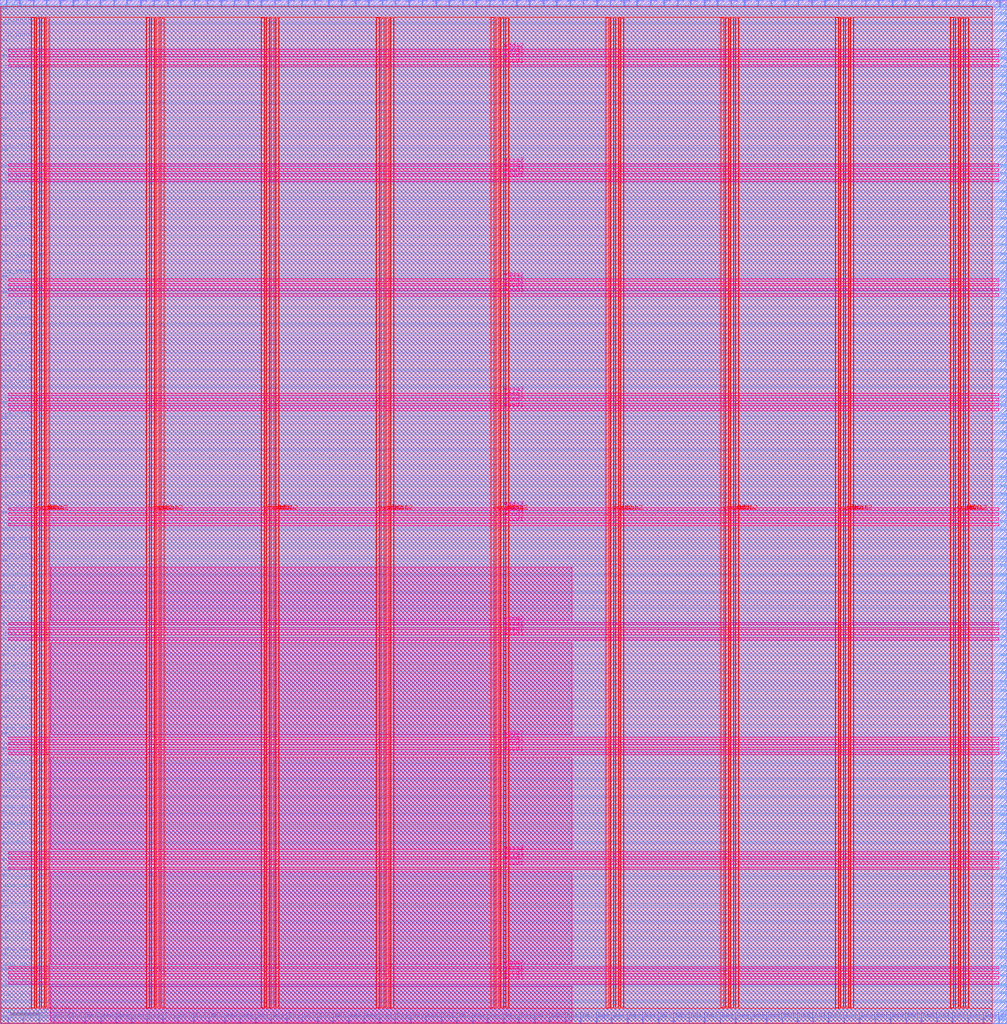
<source format=lef>
VERSION 5.7 ;
  NOWIREEXTENSIONATPIN ON ;
  DIVIDERCHAR "/" ;
  BUSBITCHARS "[]" ;
MACRO wrapper_sha1
  CLASS BLOCK ;
  FOREIGN wrapper_sha1 ;
  ORIGIN 0.000 0.000 ;
  SIZE 673.055 BY 683.775 ;
  PIN active
    DIRECTION INPUT ;
    USE SIGNAL ;
    PORT
      LAYER met2 ;
        RECT 58.050 679.775 58.330 683.775 ;
    END
  END active
  PIN io_in[0]
    DIRECTION INPUT ;
    USE SIGNAL ;
    PORT
      LAYER met3 ;
        RECT 669.055 2.760 673.055 3.360 ;
    END
  END io_in[0]
  PIN io_in[10]
    DIRECTION INPUT ;
    USE SIGNAL ;
    PORT
      LAYER met3 ;
        RECT 669.055 180.920 673.055 181.520 ;
    END
  END io_in[10]
  PIN io_in[11]
    DIRECTION INPUT ;
    USE SIGNAL ;
    PORT
      LAYER met3 ;
        RECT 669.055 198.600 673.055 199.200 ;
    END
  END io_in[11]
  PIN io_in[12]
    DIRECTION INPUT ;
    USE SIGNAL ;
    PORT
      LAYER met3 ;
        RECT 669.055 216.280 673.055 216.880 ;
    END
  END io_in[12]
  PIN io_in[13]
    DIRECTION INPUT ;
    USE SIGNAL ;
    PORT
      LAYER met3 ;
        RECT 669.055 234.640 673.055 235.240 ;
    END
  END io_in[13]
  PIN io_in[14]
    DIRECTION INPUT ;
    USE SIGNAL ;
    PORT
      LAYER met3 ;
        RECT 669.055 252.320 673.055 252.920 ;
    END
  END io_in[14]
  PIN io_in[15]
    DIRECTION INPUT ;
    USE SIGNAL ;
    PORT
      LAYER met3 ;
        RECT 669.055 270.000 673.055 270.600 ;
    END
  END io_in[15]
  PIN io_in[16]
    DIRECTION INPUT ;
    USE SIGNAL ;
    PORT
      LAYER met3 ;
        RECT 669.055 287.680 673.055 288.280 ;
    END
  END io_in[16]
  PIN io_in[17]
    DIRECTION INPUT ;
    USE SIGNAL ;
    PORT
      LAYER met3 ;
        RECT 669.055 306.040 673.055 306.640 ;
    END
  END io_in[17]
  PIN io_in[18]
    DIRECTION INPUT ;
    USE SIGNAL ;
    PORT
      LAYER met3 ;
        RECT 669.055 323.720 673.055 324.320 ;
    END
  END io_in[18]
  PIN io_in[19]
    DIRECTION INPUT ;
    USE SIGNAL ;
    PORT
      LAYER met3 ;
        RECT 669.055 341.400 673.055 342.000 ;
    END
  END io_in[19]
  PIN io_in[1]
    DIRECTION INPUT ;
    USE SIGNAL ;
    PORT
      LAYER met3 ;
        RECT 669.055 20.440 673.055 21.040 ;
    END
  END io_in[1]
  PIN io_in[20]
    DIRECTION INPUT ;
    USE SIGNAL ;
    PORT
      LAYER met3 ;
        RECT 669.055 359.080 673.055 359.680 ;
    END
  END io_in[20]
  PIN io_in[21]
    DIRECTION INPUT ;
    USE SIGNAL ;
    PORT
      LAYER met3 ;
        RECT 669.055 377.440 673.055 378.040 ;
    END
  END io_in[21]
  PIN io_in[22]
    DIRECTION INPUT ;
    USE SIGNAL ;
    PORT
      LAYER met3 ;
        RECT 669.055 395.120 673.055 395.720 ;
    END
  END io_in[22]
  PIN io_in[23]
    DIRECTION INPUT ;
    USE SIGNAL ;
    PORT
      LAYER met3 ;
        RECT 669.055 412.800 673.055 413.400 ;
    END
  END io_in[23]
  PIN io_in[24]
    DIRECTION INPUT ;
    USE SIGNAL ;
    PORT
      LAYER met3 ;
        RECT 669.055 430.480 673.055 431.080 ;
    END
  END io_in[24]
  PIN io_in[25]
    DIRECTION INPUT ;
    USE SIGNAL ;
    PORT
      LAYER met3 ;
        RECT 669.055 448.840 673.055 449.440 ;
    END
  END io_in[25]
  PIN io_in[26]
    DIRECTION INPUT ;
    USE SIGNAL ;
    PORT
      LAYER met3 ;
        RECT 669.055 466.520 673.055 467.120 ;
    END
  END io_in[26]
  PIN io_in[27]
    DIRECTION INPUT ;
    USE SIGNAL ;
    PORT
      LAYER met3 ;
        RECT 669.055 484.200 673.055 484.800 ;
    END
  END io_in[27]
  PIN io_in[28]
    DIRECTION INPUT ;
    USE SIGNAL ;
    PORT
      LAYER met3 ;
        RECT 669.055 501.880 673.055 502.480 ;
    END
  END io_in[28]
  PIN io_in[29]
    DIRECTION INPUT ;
    USE SIGNAL ;
    PORT
      LAYER met3 ;
        RECT 669.055 520.240 673.055 520.840 ;
    END
  END io_in[29]
  PIN io_in[2]
    DIRECTION INPUT ;
    USE SIGNAL ;
    PORT
      LAYER met3 ;
        RECT 669.055 38.120 673.055 38.720 ;
    END
  END io_in[2]
  PIN io_in[30]
    DIRECTION INPUT ;
    USE SIGNAL ;
    PORT
      LAYER met3 ;
        RECT 669.055 537.920 673.055 538.520 ;
    END
  END io_in[30]
  PIN io_in[31]
    DIRECTION INPUT ;
    USE SIGNAL ;
    PORT
      LAYER met3 ;
        RECT 669.055 555.600 673.055 556.200 ;
    END
  END io_in[31]
  PIN io_in[32]
    DIRECTION INPUT ;
    USE SIGNAL ;
    PORT
      LAYER met3 ;
        RECT 669.055 573.280 673.055 573.880 ;
    END
  END io_in[32]
  PIN io_in[33]
    DIRECTION INPUT ;
    USE SIGNAL ;
    PORT
      LAYER met3 ;
        RECT 669.055 591.640 673.055 592.240 ;
    END
  END io_in[33]
  PIN io_in[34]
    DIRECTION INPUT ;
    USE SIGNAL ;
    PORT
      LAYER met3 ;
        RECT 669.055 609.320 673.055 609.920 ;
    END
  END io_in[34]
  PIN io_in[35]
    DIRECTION INPUT ;
    USE SIGNAL ;
    PORT
      LAYER met3 ;
        RECT 669.055 627.000 673.055 627.600 ;
    END
  END io_in[35]
  PIN io_in[36]
    DIRECTION INPUT ;
    USE SIGNAL ;
    PORT
      LAYER met3 ;
        RECT 669.055 644.680 673.055 645.280 ;
    END
  END io_in[36]
  PIN io_in[37]
    DIRECTION INPUT ;
    USE SIGNAL ;
    PORT
      LAYER met3 ;
        RECT 669.055 663.040 673.055 663.640 ;
    END
  END io_in[37]
  PIN io_in[3]
    DIRECTION INPUT ;
    USE SIGNAL ;
    PORT
      LAYER met3 ;
        RECT 669.055 55.800 673.055 56.400 ;
    END
  END io_in[3]
  PIN io_in[4]
    DIRECTION INPUT ;
    USE SIGNAL ;
    PORT
      LAYER met3 ;
        RECT 669.055 73.480 673.055 74.080 ;
    END
  END io_in[4]
  PIN io_in[5]
    DIRECTION INPUT ;
    USE SIGNAL ;
    PORT
      LAYER met3 ;
        RECT 669.055 91.840 673.055 92.440 ;
    END
  END io_in[5]
  PIN io_in[6]
    DIRECTION INPUT ;
    USE SIGNAL ;
    PORT
      LAYER met3 ;
        RECT 669.055 109.520 673.055 110.120 ;
    END
  END io_in[6]
  PIN io_in[7]
    DIRECTION INPUT ;
    USE SIGNAL ;
    PORT
      LAYER met3 ;
        RECT 669.055 127.200 673.055 127.800 ;
    END
  END io_in[7]
  PIN io_in[8]
    DIRECTION INPUT ;
    USE SIGNAL ;
    PORT
      LAYER met3 ;
        RECT 669.055 144.880 673.055 145.480 ;
    END
  END io_in[8]
  PIN io_in[9]
    DIRECTION INPUT ;
    USE SIGNAL ;
    PORT
      LAYER met3 ;
        RECT 669.055 163.240 673.055 163.840 ;
    END
  END io_in[9]
  PIN io_oeb[0]
    DIRECTION OUTPUT TRISTATE ;
    USE SIGNAL ;
    PORT
      LAYER met3 ;
        RECT 669.055 14.320 673.055 14.920 ;
    END
  END io_oeb[0]
  PIN io_oeb[10]
    DIRECTION OUTPUT TRISTATE ;
    USE SIGNAL ;
    PORT
      LAYER met3 ;
        RECT 669.055 192.480 673.055 193.080 ;
    END
  END io_oeb[10]
  PIN io_oeb[11]
    DIRECTION OUTPUT TRISTATE ;
    USE SIGNAL ;
    PORT
      LAYER met3 ;
        RECT 669.055 210.840 673.055 211.440 ;
    END
  END io_oeb[11]
  PIN io_oeb[12]
    DIRECTION OUTPUT TRISTATE ;
    USE SIGNAL ;
    PORT
      LAYER met3 ;
        RECT 669.055 228.520 673.055 229.120 ;
    END
  END io_oeb[12]
  PIN io_oeb[13]
    DIRECTION OUTPUT TRISTATE ;
    USE SIGNAL ;
    PORT
      LAYER met3 ;
        RECT 669.055 246.200 673.055 246.800 ;
    END
  END io_oeb[13]
  PIN io_oeb[14]
    DIRECTION OUTPUT TRISTATE ;
    USE SIGNAL ;
    PORT
      LAYER met3 ;
        RECT 669.055 263.880 673.055 264.480 ;
    END
  END io_oeb[14]
  PIN io_oeb[15]
    DIRECTION OUTPUT TRISTATE ;
    USE SIGNAL ;
    PORT
      LAYER met3 ;
        RECT 669.055 282.240 673.055 282.840 ;
    END
  END io_oeb[15]
  PIN io_oeb[16]
    DIRECTION OUTPUT TRISTATE ;
    USE SIGNAL ;
    PORT
      LAYER met3 ;
        RECT 669.055 299.920 673.055 300.520 ;
    END
  END io_oeb[16]
  PIN io_oeb[17]
    DIRECTION OUTPUT TRISTATE ;
    USE SIGNAL ;
    PORT
      LAYER met3 ;
        RECT 669.055 317.600 673.055 318.200 ;
    END
  END io_oeb[17]
  PIN io_oeb[18]
    DIRECTION OUTPUT TRISTATE ;
    USE SIGNAL ;
    PORT
      LAYER met3 ;
        RECT 669.055 335.280 673.055 335.880 ;
    END
  END io_oeb[18]
  PIN io_oeb[19]
    DIRECTION OUTPUT TRISTATE ;
    USE SIGNAL ;
    PORT
      LAYER met3 ;
        RECT 669.055 353.640 673.055 354.240 ;
    END
  END io_oeb[19]
  PIN io_oeb[1]
    DIRECTION OUTPUT TRISTATE ;
    USE SIGNAL ;
    PORT
      LAYER met3 ;
        RECT 669.055 32.000 673.055 32.600 ;
    END
  END io_oeb[1]
  PIN io_oeb[20]
    DIRECTION OUTPUT TRISTATE ;
    USE SIGNAL ;
    PORT
      LAYER met3 ;
        RECT 669.055 371.320 673.055 371.920 ;
    END
  END io_oeb[20]
  PIN io_oeb[21]
    DIRECTION OUTPUT TRISTATE ;
    USE SIGNAL ;
    PORT
      LAYER met3 ;
        RECT 669.055 389.000 673.055 389.600 ;
    END
  END io_oeb[21]
  PIN io_oeb[22]
    DIRECTION OUTPUT TRISTATE ;
    USE SIGNAL ;
    PORT
      LAYER met3 ;
        RECT 669.055 406.680 673.055 407.280 ;
    END
  END io_oeb[22]
  PIN io_oeb[23]
    DIRECTION OUTPUT TRISTATE ;
    USE SIGNAL ;
    PORT
      LAYER met3 ;
        RECT 669.055 425.040 673.055 425.640 ;
    END
  END io_oeb[23]
  PIN io_oeb[24]
    DIRECTION OUTPUT TRISTATE ;
    USE SIGNAL ;
    PORT
      LAYER met3 ;
        RECT 669.055 442.720 673.055 443.320 ;
    END
  END io_oeb[24]
  PIN io_oeb[25]
    DIRECTION OUTPUT TRISTATE ;
    USE SIGNAL ;
    PORT
      LAYER met3 ;
        RECT 669.055 460.400 673.055 461.000 ;
    END
  END io_oeb[25]
  PIN io_oeb[26]
    DIRECTION OUTPUT TRISTATE ;
    USE SIGNAL ;
    PORT
      LAYER met3 ;
        RECT 669.055 478.080 673.055 478.680 ;
    END
  END io_oeb[26]
  PIN io_oeb[27]
    DIRECTION OUTPUT TRISTATE ;
    USE SIGNAL ;
    PORT
      LAYER met3 ;
        RECT 669.055 496.440 673.055 497.040 ;
    END
  END io_oeb[27]
  PIN io_oeb[28]
    DIRECTION OUTPUT TRISTATE ;
    USE SIGNAL ;
    PORT
      LAYER met3 ;
        RECT 669.055 514.120 673.055 514.720 ;
    END
  END io_oeb[28]
  PIN io_oeb[29]
    DIRECTION OUTPUT TRISTATE ;
    USE SIGNAL ;
    PORT
      LAYER met3 ;
        RECT 669.055 531.800 673.055 532.400 ;
    END
  END io_oeb[29]
  PIN io_oeb[2]
    DIRECTION OUTPUT TRISTATE ;
    USE SIGNAL ;
    PORT
      LAYER met3 ;
        RECT 669.055 49.680 673.055 50.280 ;
    END
  END io_oeb[2]
  PIN io_oeb[30]
    DIRECTION OUTPUT TRISTATE ;
    USE SIGNAL ;
    PORT
      LAYER met3 ;
        RECT 669.055 549.480 673.055 550.080 ;
    END
  END io_oeb[30]
  PIN io_oeb[31]
    DIRECTION OUTPUT TRISTATE ;
    USE SIGNAL ;
    PORT
      LAYER met3 ;
        RECT 669.055 567.840 673.055 568.440 ;
    END
  END io_oeb[31]
  PIN io_oeb[32]
    DIRECTION OUTPUT TRISTATE ;
    USE SIGNAL ;
    PORT
      LAYER met3 ;
        RECT 669.055 585.520 673.055 586.120 ;
    END
  END io_oeb[32]
  PIN io_oeb[33]
    DIRECTION OUTPUT TRISTATE ;
    USE SIGNAL ;
    PORT
      LAYER met3 ;
        RECT 669.055 603.200 673.055 603.800 ;
    END
  END io_oeb[33]
  PIN io_oeb[34]
    DIRECTION OUTPUT TRISTATE ;
    USE SIGNAL ;
    PORT
      LAYER met3 ;
        RECT 669.055 620.880 673.055 621.480 ;
    END
  END io_oeb[34]
  PIN io_oeb[35]
    DIRECTION OUTPUT TRISTATE ;
    USE SIGNAL ;
    PORT
      LAYER met3 ;
        RECT 669.055 639.240 673.055 639.840 ;
    END
  END io_oeb[35]
  PIN io_oeb[36]
    DIRECTION OUTPUT TRISTATE ;
    USE SIGNAL ;
    PORT
      LAYER met3 ;
        RECT 669.055 656.920 673.055 657.520 ;
    END
  END io_oeb[36]
  PIN io_oeb[37]
    DIRECTION OUTPUT TRISTATE ;
    USE SIGNAL ;
    PORT
      LAYER met3 ;
        RECT 669.055 674.600 673.055 675.200 ;
    END
  END io_oeb[37]
  PIN io_oeb[3]
    DIRECTION OUTPUT TRISTATE ;
    USE SIGNAL ;
    PORT
      LAYER met3 ;
        RECT 669.055 68.040 673.055 68.640 ;
    END
  END io_oeb[3]
  PIN io_oeb[4]
    DIRECTION OUTPUT TRISTATE ;
    USE SIGNAL ;
    PORT
      LAYER met3 ;
        RECT 669.055 85.720 673.055 86.320 ;
    END
  END io_oeb[4]
  PIN io_oeb[5]
    DIRECTION OUTPUT TRISTATE ;
    USE SIGNAL ;
    PORT
      LAYER met3 ;
        RECT 669.055 103.400 673.055 104.000 ;
    END
  END io_oeb[5]
  PIN io_oeb[6]
    DIRECTION OUTPUT TRISTATE ;
    USE SIGNAL ;
    PORT
      LAYER met3 ;
        RECT 669.055 121.080 673.055 121.680 ;
    END
  END io_oeb[6]
  PIN io_oeb[7]
    DIRECTION OUTPUT TRISTATE ;
    USE SIGNAL ;
    PORT
      LAYER met3 ;
        RECT 669.055 139.440 673.055 140.040 ;
    END
  END io_oeb[7]
  PIN io_oeb[8]
    DIRECTION OUTPUT TRISTATE ;
    USE SIGNAL ;
    PORT
      LAYER met3 ;
        RECT 669.055 157.120 673.055 157.720 ;
    END
  END io_oeb[8]
  PIN io_oeb[9]
    DIRECTION OUTPUT TRISTATE ;
    USE SIGNAL ;
    PORT
      LAYER met3 ;
        RECT 669.055 174.800 673.055 175.400 ;
    END
  END io_oeb[9]
  PIN io_out[0]
    DIRECTION OUTPUT TRISTATE ;
    USE SIGNAL ;
    PORT
      LAYER met3 ;
        RECT 669.055 8.200 673.055 8.800 ;
    END
  END io_out[0]
  PIN io_out[10]
    DIRECTION OUTPUT TRISTATE ;
    USE SIGNAL ;
    PORT
      LAYER met3 ;
        RECT 669.055 187.040 673.055 187.640 ;
    END
  END io_out[10]
  PIN io_out[11]
    DIRECTION OUTPUT TRISTATE ;
    USE SIGNAL ;
    PORT
      LAYER met3 ;
        RECT 669.055 204.720 673.055 205.320 ;
    END
  END io_out[11]
  PIN io_out[12]
    DIRECTION OUTPUT TRISTATE ;
    USE SIGNAL ;
    PORT
      LAYER met3 ;
        RECT 669.055 222.400 673.055 223.000 ;
    END
  END io_out[12]
  PIN io_out[13]
    DIRECTION OUTPUT TRISTATE ;
    USE SIGNAL ;
    PORT
      LAYER met3 ;
        RECT 669.055 240.080 673.055 240.680 ;
    END
  END io_out[13]
  PIN io_out[14]
    DIRECTION OUTPUT TRISTATE ;
    USE SIGNAL ;
    PORT
      LAYER met3 ;
        RECT 669.055 258.440 673.055 259.040 ;
    END
  END io_out[14]
  PIN io_out[15]
    DIRECTION OUTPUT TRISTATE ;
    USE SIGNAL ;
    PORT
      LAYER met3 ;
        RECT 669.055 276.120 673.055 276.720 ;
    END
  END io_out[15]
  PIN io_out[16]
    DIRECTION OUTPUT TRISTATE ;
    USE SIGNAL ;
    PORT
      LAYER met3 ;
        RECT 669.055 293.800 673.055 294.400 ;
    END
  END io_out[16]
  PIN io_out[17]
    DIRECTION OUTPUT TRISTATE ;
    USE SIGNAL ;
    PORT
      LAYER met3 ;
        RECT 669.055 311.480 673.055 312.080 ;
    END
  END io_out[17]
  PIN io_out[18]
    DIRECTION OUTPUT TRISTATE ;
    USE SIGNAL ;
    PORT
      LAYER met3 ;
        RECT 669.055 329.840 673.055 330.440 ;
    END
  END io_out[18]
  PIN io_out[19]
    DIRECTION OUTPUT TRISTATE ;
    USE SIGNAL ;
    PORT
      LAYER met3 ;
        RECT 669.055 347.520 673.055 348.120 ;
    END
  END io_out[19]
  PIN io_out[1]
    DIRECTION OUTPUT TRISTATE ;
    USE SIGNAL ;
    PORT
      LAYER met3 ;
        RECT 669.055 25.880 673.055 26.480 ;
    END
  END io_out[1]
  PIN io_out[20]
    DIRECTION OUTPUT TRISTATE ;
    USE SIGNAL ;
    PORT
      LAYER met3 ;
        RECT 669.055 365.200 673.055 365.800 ;
    END
  END io_out[20]
  PIN io_out[21]
    DIRECTION OUTPUT TRISTATE ;
    USE SIGNAL ;
    PORT
      LAYER met3 ;
        RECT 669.055 382.880 673.055 383.480 ;
    END
  END io_out[21]
  PIN io_out[22]
    DIRECTION OUTPUT TRISTATE ;
    USE SIGNAL ;
    PORT
      LAYER met3 ;
        RECT 669.055 401.240 673.055 401.840 ;
    END
  END io_out[22]
  PIN io_out[23]
    DIRECTION OUTPUT TRISTATE ;
    USE SIGNAL ;
    PORT
      LAYER met3 ;
        RECT 669.055 418.920 673.055 419.520 ;
    END
  END io_out[23]
  PIN io_out[24]
    DIRECTION OUTPUT TRISTATE ;
    USE SIGNAL ;
    PORT
      LAYER met3 ;
        RECT 669.055 436.600 673.055 437.200 ;
    END
  END io_out[24]
  PIN io_out[25]
    DIRECTION OUTPUT TRISTATE ;
    USE SIGNAL ;
    PORT
      LAYER met3 ;
        RECT 669.055 454.280 673.055 454.880 ;
    END
  END io_out[25]
  PIN io_out[26]
    DIRECTION OUTPUT TRISTATE ;
    USE SIGNAL ;
    PORT
      LAYER met3 ;
        RECT 669.055 472.640 673.055 473.240 ;
    END
  END io_out[26]
  PIN io_out[27]
    DIRECTION OUTPUT TRISTATE ;
    USE SIGNAL ;
    PORT
      LAYER met3 ;
        RECT 669.055 490.320 673.055 490.920 ;
    END
  END io_out[27]
  PIN io_out[28]
    DIRECTION OUTPUT TRISTATE ;
    USE SIGNAL ;
    PORT
      LAYER met3 ;
        RECT 669.055 508.000 673.055 508.600 ;
    END
  END io_out[28]
  PIN io_out[29]
    DIRECTION OUTPUT TRISTATE ;
    USE SIGNAL ;
    PORT
      LAYER met3 ;
        RECT 669.055 525.680 673.055 526.280 ;
    END
  END io_out[29]
  PIN io_out[2]
    DIRECTION OUTPUT TRISTATE ;
    USE SIGNAL ;
    PORT
      LAYER met3 ;
        RECT 669.055 44.240 673.055 44.840 ;
    END
  END io_out[2]
  PIN io_out[30]
    DIRECTION OUTPUT TRISTATE ;
    USE SIGNAL ;
    PORT
      LAYER met3 ;
        RECT 669.055 544.040 673.055 544.640 ;
    END
  END io_out[30]
  PIN io_out[31]
    DIRECTION OUTPUT TRISTATE ;
    USE SIGNAL ;
    PORT
      LAYER met3 ;
        RECT 669.055 561.720 673.055 562.320 ;
    END
  END io_out[31]
  PIN io_out[32]
    DIRECTION OUTPUT TRISTATE ;
    USE SIGNAL ;
    PORT
      LAYER met3 ;
        RECT 669.055 579.400 673.055 580.000 ;
    END
  END io_out[32]
  PIN io_out[33]
    DIRECTION OUTPUT TRISTATE ;
    USE SIGNAL ;
    PORT
      LAYER met3 ;
        RECT 669.055 597.080 673.055 597.680 ;
    END
  END io_out[33]
  PIN io_out[34]
    DIRECTION OUTPUT TRISTATE ;
    USE SIGNAL ;
    PORT
      LAYER met3 ;
        RECT 669.055 615.440 673.055 616.040 ;
    END
  END io_out[34]
  PIN io_out[35]
    DIRECTION OUTPUT TRISTATE ;
    USE SIGNAL ;
    PORT
      LAYER met3 ;
        RECT 669.055 633.120 673.055 633.720 ;
    END
  END io_out[35]
  PIN io_out[36]
    DIRECTION OUTPUT TRISTATE ;
    USE SIGNAL ;
    PORT
      LAYER met3 ;
        RECT 669.055 650.800 673.055 651.400 ;
    END
  END io_out[36]
  PIN io_out[37]
    DIRECTION OUTPUT TRISTATE ;
    USE SIGNAL ;
    PORT
      LAYER met3 ;
        RECT 669.055 668.480 673.055 669.080 ;
    END
  END io_out[37]
  PIN io_out[3]
    DIRECTION OUTPUT TRISTATE ;
    USE SIGNAL ;
    PORT
      LAYER met3 ;
        RECT 669.055 61.920 673.055 62.520 ;
    END
  END io_out[3]
  PIN io_out[4]
    DIRECTION OUTPUT TRISTATE ;
    USE SIGNAL ;
    PORT
      LAYER met3 ;
        RECT 669.055 79.600 673.055 80.200 ;
    END
  END io_out[4]
  PIN io_out[5]
    DIRECTION OUTPUT TRISTATE ;
    USE SIGNAL ;
    PORT
      LAYER met3 ;
        RECT 669.055 97.280 673.055 97.880 ;
    END
  END io_out[5]
  PIN io_out[6]
    DIRECTION OUTPUT TRISTATE ;
    USE SIGNAL ;
    PORT
      LAYER met3 ;
        RECT 669.055 115.640 673.055 116.240 ;
    END
  END io_out[6]
  PIN io_out[7]
    DIRECTION OUTPUT TRISTATE ;
    USE SIGNAL ;
    PORT
      LAYER met3 ;
        RECT 669.055 133.320 673.055 133.920 ;
    END
  END io_out[7]
  PIN io_out[8]
    DIRECTION OUTPUT TRISTATE ;
    USE SIGNAL ;
    PORT
      LAYER met3 ;
        RECT 669.055 151.000 673.055 151.600 ;
    END
  END io_out[8]
  PIN io_out[9]
    DIRECTION OUTPUT TRISTATE ;
    USE SIGNAL ;
    PORT
      LAYER met3 ;
        RECT 669.055 168.680 673.055 169.280 ;
    END
  END io_out[9]
  PIN irq[0]
    DIRECTION OUTPUT TRISTATE ;
    USE SIGNAL ;
    PORT
      LAYER met2 ;
        RECT 667.550 0.000 667.830 4.000 ;
    END
  END irq[0]
  PIN irq[1]
    DIRECTION OUTPUT TRISTATE ;
    USE SIGNAL ;
    PORT
      LAYER met3 ;
        RECT 669.055 680.720 673.055 681.320 ;
    END
  END irq[1]
  PIN irq[2]
    DIRECTION OUTPUT TRISTATE ;
    USE SIGNAL ;
    PORT
      LAYER met3 ;
        RECT 0.000 678.000 4.000 678.600 ;
    END
  END irq[2]
  PIN la_data_in[0]
    DIRECTION INPUT ;
    USE SIGNAL ;
    PORT
      LAYER met2 ;
        RECT 5.150 0.000 5.430 4.000 ;
    END
  END la_data_in[0]
  PIN la_data_in[10]
    DIRECTION INPUT ;
    USE SIGNAL ;
    PORT
      LAYER met2 ;
        RECT 108.650 0.000 108.930 4.000 ;
    END
  END la_data_in[10]
  PIN la_data_in[11]
    DIRECTION INPUT ;
    USE SIGNAL ;
    PORT
      LAYER met2 ;
        RECT 118.770 0.000 119.050 4.000 ;
    END
  END la_data_in[11]
  PIN la_data_in[12]
    DIRECTION INPUT ;
    USE SIGNAL ;
    PORT
      LAYER met2 ;
        RECT 129.350 0.000 129.630 4.000 ;
    END
  END la_data_in[12]
  PIN la_data_in[13]
    DIRECTION INPUT ;
    USE SIGNAL ;
    PORT
      LAYER met2 ;
        RECT 139.470 0.000 139.750 4.000 ;
    END
  END la_data_in[13]
  PIN la_data_in[14]
    DIRECTION INPUT ;
    USE SIGNAL ;
    PORT
      LAYER met2 ;
        RECT 150.050 0.000 150.330 4.000 ;
    END
  END la_data_in[14]
  PIN la_data_in[15]
    DIRECTION INPUT ;
    USE SIGNAL ;
    PORT
      LAYER met2 ;
        RECT 160.170 0.000 160.450 4.000 ;
    END
  END la_data_in[15]
  PIN la_data_in[16]
    DIRECTION INPUT ;
    USE SIGNAL ;
    PORT
      LAYER met2 ;
        RECT 170.750 0.000 171.030 4.000 ;
    END
  END la_data_in[16]
  PIN la_data_in[17]
    DIRECTION INPUT ;
    USE SIGNAL ;
    PORT
      LAYER met2 ;
        RECT 180.870 0.000 181.150 4.000 ;
    END
  END la_data_in[17]
  PIN la_data_in[18]
    DIRECTION INPUT ;
    USE SIGNAL ;
    PORT
      LAYER met2 ;
        RECT 191.450 0.000 191.730 4.000 ;
    END
  END la_data_in[18]
  PIN la_data_in[19]
    DIRECTION INPUT ;
    USE SIGNAL ;
    PORT
      LAYER met2 ;
        RECT 201.570 0.000 201.850 4.000 ;
    END
  END la_data_in[19]
  PIN la_data_in[1]
    DIRECTION INPUT ;
    USE SIGNAL ;
    PORT
      LAYER met2 ;
        RECT 15.270 0.000 15.550 4.000 ;
    END
  END la_data_in[1]
  PIN la_data_in[20]
    DIRECTION INPUT ;
    USE SIGNAL ;
    PORT
      LAYER met2 ;
        RECT 212.150 0.000 212.430 4.000 ;
    END
  END la_data_in[20]
  PIN la_data_in[21]
    DIRECTION INPUT ;
    USE SIGNAL ;
    PORT
      LAYER met2 ;
        RECT 222.270 0.000 222.550 4.000 ;
    END
  END la_data_in[21]
  PIN la_data_in[22]
    DIRECTION INPUT ;
    USE SIGNAL ;
    PORT
      LAYER met2 ;
        RECT 232.850 0.000 233.130 4.000 ;
    END
  END la_data_in[22]
  PIN la_data_in[23]
    DIRECTION INPUT ;
    USE SIGNAL ;
    PORT
      LAYER met2 ;
        RECT 242.970 0.000 243.250 4.000 ;
    END
  END la_data_in[23]
  PIN la_data_in[24]
    DIRECTION INPUT ;
    USE SIGNAL ;
    PORT
      LAYER met2 ;
        RECT 253.550 0.000 253.830 4.000 ;
    END
  END la_data_in[24]
  PIN la_data_in[25]
    DIRECTION INPUT ;
    USE SIGNAL ;
    PORT
      LAYER met2 ;
        RECT 263.670 0.000 263.950 4.000 ;
    END
  END la_data_in[25]
  PIN la_data_in[26]
    DIRECTION INPUT ;
    USE SIGNAL ;
    PORT
      LAYER met2 ;
        RECT 274.250 0.000 274.530 4.000 ;
    END
  END la_data_in[26]
  PIN la_data_in[27]
    DIRECTION INPUT ;
    USE SIGNAL ;
    PORT
      LAYER met2 ;
        RECT 284.370 0.000 284.650 4.000 ;
    END
  END la_data_in[27]
  PIN la_data_in[28]
    DIRECTION INPUT ;
    USE SIGNAL ;
    PORT
      LAYER met2 ;
        RECT 294.950 0.000 295.230 4.000 ;
    END
  END la_data_in[28]
  PIN la_data_in[29]
    DIRECTION INPUT ;
    USE SIGNAL ;
    PORT
      LAYER met2 ;
        RECT 305.070 0.000 305.350 4.000 ;
    END
  END la_data_in[29]
  PIN la_data_in[2]
    DIRECTION INPUT ;
    USE SIGNAL ;
    PORT
      LAYER met2 ;
        RECT 25.850 0.000 26.130 4.000 ;
    END
  END la_data_in[2]
  PIN la_data_in[30]
    DIRECTION INPUT ;
    USE SIGNAL ;
    PORT
      LAYER met2 ;
        RECT 315.650 0.000 315.930 4.000 ;
    END
  END la_data_in[30]
  PIN la_data_in[31]
    DIRECTION INPUT ;
    USE SIGNAL ;
    PORT
      LAYER met2 ;
        RECT 325.770 0.000 326.050 4.000 ;
    END
  END la_data_in[31]
  PIN la_data_in[3]
    DIRECTION INPUT ;
    USE SIGNAL ;
    PORT
      LAYER met2 ;
        RECT 35.970 0.000 36.250 4.000 ;
    END
  END la_data_in[3]
  PIN la_data_in[4]
    DIRECTION INPUT ;
    USE SIGNAL ;
    PORT
      LAYER met2 ;
        RECT 46.550 0.000 46.830 4.000 ;
    END
  END la_data_in[4]
  PIN la_data_in[5]
    DIRECTION INPUT ;
    USE SIGNAL ;
    PORT
      LAYER met2 ;
        RECT 56.670 0.000 56.950 4.000 ;
    END
  END la_data_in[5]
  PIN la_data_in[6]
    DIRECTION INPUT ;
    USE SIGNAL ;
    PORT
      LAYER met2 ;
        RECT 67.250 0.000 67.530 4.000 ;
    END
  END la_data_in[6]
  PIN la_data_in[7]
    DIRECTION INPUT ;
    USE SIGNAL ;
    PORT
      LAYER met2 ;
        RECT 77.370 0.000 77.650 4.000 ;
    END
  END la_data_in[7]
  PIN la_data_in[8]
    DIRECTION INPUT ;
    USE SIGNAL ;
    PORT
      LAYER met2 ;
        RECT 87.950 0.000 88.230 4.000 ;
    END
  END la_data_in[8]
  PIN la_data_in[9]
    DIRECTION INPUT ;
    USE SIGNAL ;
    PORT
      LAYER met2 ;
        RECT 98.070 0.000 98.350 4.000 ;
    END
  END la_data_in[9]
  PIN la_data_out[0]
    DIRECTION OUTPUT TRISTATE ;
    USE SIGNAL ;
    PORT
      LAYER met2 ;
        RECT 336.350 0.000 336.630 4.000 ;
    END
  END la_data_out[0]
  PIN la_data_out[10]
    DIRECTION OUTPUT TRISTATE ;
    USE SIGNAL ;
    PORT
      LAYER met2 ;
        RECT 439.850 0.000 440.130 4.000 ;
    END
  END la_data_out[10]
  PIN la_data_out[11]
    DIRECTION OUTPUT TRISTATE ;
    USE SIGNAL ;
    PORT
      LAYER met2 ;
        RECT 449.970 0.000 450.250 4.000 ;
    END
  END la_data_out[11]
  PIN la_data_out[12]
    DIRECTION OUTPUT TRISTATE ;
    USE SIGNAL ;
    PORT
      LAYER met2 ;
        RECT 460.550 0.000 460.830 4.000 ;
    END
  END la_data_out[12]
  PIN la_data_out[13]
    DIRECTION OUTPUT TRISTATE ;
    USE SIGNAL ;
    PORT
      LAYER met2 ;
        RECT 470.670 0.000 470.950 4.000 ;
    END
  END la_data_out[13]
  PIN la_data_out[14]
    DIRECTION OUTPUT TRISTATE ;
    USE SIGNAL ;
    PORT
      LAYER met2 ;
        RECT 481.250 0.000 481.530 4.000 ;
    END
  END la_data_out[14]
  PIN la_data_out[15]
    DIRECTION OUTPUT TRISTATE ;
    USE SIGNAL ;
    PORT
      LAYER met2 ;
        RECT 491.370 0.000 491.650 4.000 ;
    END
  END la_data_out[15]
  PIN la_data_out[16]
    DIRECTION OUTPUT TRISTATE ;
    USE SIGNAL ;
    PORT
      LAYER met2 ;
        RECT 501.950 0.000 502.230 4.000 ;
    END
  END la_data_out[16]
  PIN la_data_out[17]
    DIRECTION OUTPUT TRISTATE ;
    USE SIGNAL ;
    PORT
      LAYER met2 ;
        RECT 512.070 0.000 512.350 4.000 ;
    END
  END la_data_out[17]
  PIN la_data_out[18]
    DIRECTION OUTPUT TRISTATE ;
    USE SIGNAL ;
    PORT
      LAYER met2 ;
        RECT 522.650 0.000 522.930 4.000 ;
    END
  END la_data_out[18]
  PIN la_data_out[19]
    DIRECTION OUTPUT TRISTATE ;
    USE SIGNAL ;
    PORT
      LAYER met2 ;
        RECT 532.770 0.000 533.050 4.000 ;
    END
  END la_data_out[19]
  PIN la_data_out[1]
    DIRECTION OUTPUT TRISTATE ;
    USE SIGNAL ;
    PORT
      LAYER met2 ;
        RECT 346.470 0.000 346.750 4.000 ;
    END
  END la_data_out[1]
  PIN la_data_out[20]
    DIRECTION OUTPUT TRISTATE ;
    USE SIGNAL ;
    PORT
      LAYER met2 ;
        RECT 543.350 0.000 543.630 4.000 ;
    END
  END la_data_out[20]
  PIN la_data_out[21]
    DIRECTION OUTPUT TRISTATE ;
    USE SIGNAL ;
    PORT
      LAYER met2 ;
        RECT 553.470 0.000 553.750 4.000 ;
    END
  END la_data_out[21]
  PIN la_data_out[22]
    DIRECTION OUTPUT TRISTATE ;
    USE SIGNAL ;
    PORT
      LAYER met2 ;
        RECT 564.050 0.000 564.330 4.000 ;
    END
  END la_data_out[22]
  PIN la_data_out[23]
    DIRECTION OUTPUT TRISTATE ;
    USE SIGNAL ;
    PORT
      LAYER met2 ;
        RECT 574.170 0.000 574.450 4.000 ;
    END
  END la_data_out[23]
  PIN la_data_out[24]
    DIRECTION OUTPUT TRISTATE ;
    USE SIGNAL ;
    PORT
      LAYER met2 ;
        RECT 584.750 0.000 585.030 4.000 ;
    END
  END la_data_out[24]
  PIN la_data_out[25]
    DIRECTION OUTPUT TRISTATE ;
    USE SIGNAL ;
    PORT
      LAYER met2 ;
        RECT 594.870 0.000 595.150 4.000 ;
    END
  END la_data_out[25]
  PIN la_data_out[26]
    DIRECTION OUTPUT TRISTATE ;
    USE SIGNAL ;
    PORT
      LAYER met2 ;
        RECT 605.450 0.000 605.730 4.000 ;
    END
  END la_data_out[26]
  PIN la_data_out[27]
    DIRECTION OUTPUT TRISTATE ;
    USE SIGNAL ;
    PORT
      LAYER met2 ;
        RECT 615.570 0.000 615.850 4.000 ;
    END
  END la_data_out[27]
  PIN la_data_out[28]
    DIRECTION OUTPUT TRISTATE ;
    USE SIGNAL ;
    PORT
      LAYER met2 ;
        RECT 626.150 0.000 626.430 4.000 ;
    END
  END la_data_out[28]
  PIN la_data_out[29]
    DIRECTION OUTPUT TRISTATE ;
    USE SIGNAL ;
    PORT
      LAYER met2 ;
        RECT 636.270 0.000 636.550 4.000 ;
    END
  END la_data_out[29]
  PIN la_data_out[2]
    DIRECTION OUTPUT TRISTATE ;
    USE SIGNAL ;
    PORT
      LAYER met2 ;
        RECT 357.050 0.000 357.330 4.000 ;
    END
  END la_data_out[2]
  PIN la_data_out[30]
    DIRECTION OUTPUT TRISTATE ;
    USE SIGNAL ;
    PORT
      LAYER met2 ;
        RECT 646.850 0.000 647.130 4.000 ;
    END
  END la_data_out[30]
  PIN la_data_out[31]
    DIRECTION OUTPUT TRISTATE ;
    USE SIGNAL ;
    PORT
      LAYER met2 ;
        RECT 656.970 0.000 657.250 4.000 ;
    END
  END la_data_out[31]
  PIN la_data_out[3]
    DIRECTION OUTPUT TRISTATE ;
    USE SIGNAL ;
    PORT
      LAYER met2 ;
        RECT 367.170 0.000 367.450 4.000 ;
    END
  END la_data_out[3]
  PIN la_data_out[4]
    DIRECTION OUTPUT TRISTATE ;
    USE SIGNAL ;
    PORT
      LAYER met2 ;
        RECT 377.750 0.000 378.030 4.000 ;
    END
  END la_data_out[4]
  PIN la_data_out[5]
    DIRECTION OUTPUT TRISTATE ;
    USE SIGNAL ;
    PORT
      LAYER met2 ;
        RECT 387.870 0.000 388.150 4.000 ;
    END
  END la_data_out[5]
  PIN la_data_out[6]
    DIRECTION OUTPUT TRISTATE ;
    USE SIGNAL ;
    PORT
      LAYER met2 ;
        RECT 398.450 0.000 398.730 4.000 ;
    END
  END la_data_out[6]
  PIN la_data_out[7]
    DIRECTION OUTPUT TRISTATE ;
    USE SIGNAL ;
    PORT
      LAYER met2 ;
        RECT 408.570 0.000 408.850 4.000 ;
    END
  END la_data_out[7]
  PIN la_data_out[8]
    DIRECTION OUTPUT TRISTATE ;
    USE SIGNAL ;
    PORT
      LAYER met2 ;
        RECT 419.150 0.000 419.430 4.000 ;
    END
  END la_data_out[8]
  PIN la_data_out[9]
    DIRECTION OUTPUT TRISTATE ;
    USE SIGNAL ;
    PORT
      LAYER met2 ;
        RECT 429.270 0.000 429.550 4.000 ;
    END
  END la_data_out[9]
  PIN la_oenb[0]
    DIRECTION INPUT ;
    USE SIGNAL ;
    PORT
      LAYER met3 ;
        RECT 0.000 341.400 4.000 342.000 ;
    END
  END la_oenb[0]
  PIN la_oenb[10]
    DIRECTION INPUT ;
    USE SIGNAL ;
    PORT
      LAYER met3 ;
        RECT 0.000 446.800 4.000 447.400 ;
    END
  END la_oenb[10]
  PIN la_oenb[11]
    DIRECTION INPUT ;
    USE SIGNAL ;
    PORT
      LAYER met3 ;
        RECT 0.000 457.000 4.000 457.600 ;
    END
  END la_oenb[11]
  PIN la_oenb[12]
    DIRECTION INPUT ;
    USE SIGNAL ;
    PORT
      LAYER met3 ;
        RECT 0.000 467.200 4.000 467.800 ;
    END
  END la_oenb[12]
  PIN la_oenb[13]
    DIRECTION INPUT ;
    USE SIGNAL ;
    PORT
      LAYER met3 ;
        RECT 0.000 478.080 4.000 478.680 ;
    END
  END la_oenb[13]
  PIN la_oenb[14]
    DIRECTION INPUT ;
    USE SIGNAL ;
    PORT
      LAYER met3 ;
        RECT 0.000 488.280 4.000 488.880 ;
    END
  END la_oenb[14]
  PIN la_oenb[15]
    DIRECTION INPUT ;
    USE SIGNAL ;
    PORT
      LAYER met3 ;
        RECT 0.000 499.160 4.000 499.760 ;
    END
  END la_oenb[15]
  PIN la_oenb[16]
    DIRECTION INPUT ;
    USE SIGNAL ;
    PORT
      LAYER met3 ;
        RECT 0.000 509.360 4.000 509.960 ;
    END
  END la_oenb[16]
  PIN la_oenb[17]
    DIRECTION INPUT ;
    USE SIGNAL ;
    PORT
      LAYER met3 ;
        RECT 0.000 520.240 4.000 520.840 ;
    END
  END la_oenb[17]
  PIN la_oenb[18]
    DIRECTION INPUT ;
    USE SIGNAL ;
    PORT
      LAYER met3 ;
        RECT 0.000 530.440 4.000 531.040 ;
    END
  END la_oenb[18]
  PIN la_oenb[19]
    DIRECTION INPUT ;
    USE SIGNAL ;
    PORT
      LAYER met3 ;
        RECT 0.000 541.320 4.000 541.920 ;
    END
  END la_oenb[19]
  PIN la_oenb[1]
    DIRECTION INPUT ;
    USE SIGNAL ;
    PORT
      LAYER met3 ;
        RECT 0.000 351.600 4.000 352.200 ;
    END
  END la_oenb[1]
  PIN la_oenb[20]
    DIRECTION INPUT ;
    USE SIGNAL ;
    PORT
      LAYER met3 ;
        RECT 0.000 551.520 4.000 552.120 ;
    END
  END la_oenb[20]
  PIN la_oenb[21]
    DIRECTION INPUT ;
    USE SIGNAL ;
    PORT
      LAYER met3 ;
        RECT 0.000 562.400 4.000 563.000 ;
    END
  END la_oenb[21]
  PIN la_oenb[22]
    DIRECTION INPUT ;
    USE SIGNAL ;
    PORT
      LAYER met3 ;
        RECT 0.000 572.600 4.000 573.200 ;
    END
  END la_oenb[22]
  PIN la_oenb[23]
    DIRECTION INPUT ;
    USE SIGNAL ;
    PORT
      LAYER met3 ;
        RECT 0.000 583.480 4.000 584.080 ;
    END
  END la_oenb[23]
  PIN la_oenb[24]
    DIRECTION INPUT ;
    USE SIGNAL ;
    PORT
      LAYER met3 ;
        RECT 0.000 593.680 4.000 594.280 ;
    END
  END la_oenb[24]
  PIN la_oenb[25]
    DIRECTION INPUT ;
    USE SIGNAL ;
    PORT
      LAYER met3 ;
        RECT 0.000 604.560 4.000 605.160 ;
    END
  END la_oenb[25]
  PIN la_oenb[26]
    DIRECTION INPUT ;
    USE SIGNAL ;
    PORT
      LAYER met3 ;
        RECT 0.000 614.760 4.000 615.360 ;
    END
  END la_oenb[26]
  PIN la_oenb[27]
    DIRECTION INPUT ;
    USE SIGNAL ;
    PORT
      LAYER met3 ;
        RECT 0.000 625.640 4.000 626.240 ;
    END
  END la_oenb[27]
  PIN la_oenb[28]
    DIRECTION INPUT ;
    USE SIGNAL ;
    PORT
      LAYER met3 ;
        RECT 0.000 635.840 4.000 636.440 ;
    END
  END la_oenb[28]
  PIN la_oenb[29]
    DIRECTION INPUT ;
    USE SIGNAL ;
    PORT
      LAYER met3 ;
        RECT 0.000 646.720 4.000 647.320 ;
    END
  END la_oenb[29]
  PIN la_oenb[2]
    DIRECTION INPUT ;
    USE SIGNAL ;
    PORT
      LAYER met3 ;
        RECT 0.000 362.480 4.000 363.080 ;
    END
  END la_oenb[2]
  PIN la_oenb[30]
    DIRECTION INPUT ;
    USE SIGNAL ;
    PORT
      LAYER met3 ;
        RECT 0.000 656.920 4.000 657.520 ;
    END
  END la_oenb[30]
  PIN la_oenb[31]
    DIRECTION INPUT ;
    USE SIGNAL ;
    PORT
      LAYER met3 ;
        RECT 0.000 667.800 4.000 668.400 ;
    END
  END la_oenb[31]
  PIN la_oenb[3]
    DIRECTION INPUT ;
    USE SIGNAL ;
    PORT
      LAYER met3 ;
        RECT 0.000 372.680 4.000 373.280 ;
    END
  END la_oenb[3]
  PIN la_oenb[4]
    DIRECTION INPUT ;
    USE SIGNAL ;
    PORT
      LAYER met3 ;
        RECT 0.000 383.560 4.000 384.160 ;
    END
  END la_oenb[4]
  PIN la_oenb[5]
    DIRECTION INPUT ;
    USE SIGNAL ;
    PORT
      LAYER met3 ;
        RECT 0.000 393.760 4.000 394.360 ;
    END
  END la_oenb[5]
  PIN la_oenb[6]
    DIRECTION INPUT ;
    USE SIGNAL ;
    PORT
      LAYER met3 ;
        RECT 0.000 404.640 4.000 405.240 ;
    END
  END la_oenb[6]
  PIN la_oenb[7]
    DIRECTION INPUT ;
    USE SIGNAL ;
    PORT
      LAYER met3 ;
        RECT 0.000 414.840 4.000 415.440 ;
    END
  END la_oenb[7]
  PIN la_oenb[8]
    DIRECTION INPUT ;
    USE SIGNAL ;
    PORT
      LAYER met3 ;
        RECT 0.000 425.720 4.000 426.320 ;
    END
  END la_oenb[8]
  PIN la_oenb[9]
    DIRECTION INPUT ;
    USE SIGNAL ;
    PORT
      LAYER met3 ;
        RECT 0.000 435.920 4.000 436.520 ;
    END
  END la_oenb[9]
  PIN wb_clk_i
    DIRECTION INPUT ;
    USE SIGNAL ;
    PORT
      LAYER met2 ;
        RECT 4.230 679.775 4.510 683.775 ;
    END
  END wb_clk_i
  PIN wb_rst_i
    DIRECTION INPUT ;
    USE SIGNAL ;
    PORT
      LAYER met2 ;
        RECT 12.970 679.775 13.250 683.775 ;
    END
  END wb_rst_i
  PIN wbs_ack_o
    DIRECTION OUTPUT TRISTATE ;
    USE SIGNAL ;
    PORT
      LAYER met2 ;
        RECT 48.850 679.775 49.130 683.775 ;
    END
  END wbs_ack_o
  PIN wbs_adr_i[0]
    DIRECTION INPUT ;
    USE SIGNAL ;
    PORT
      LAYER met2 ;
        RECT 102.670 679.775 102.950 683.775 ;
    END
  END wbs_adr_i[0]
  PIN wbs_adr_i[10]
    DIRECTION INPUT ;
    USE SIGNAL ;
    PORT
      LAYER met2 ;
        RECT 192.370 679.775 192.650 683.775 ;
    END
  END wbs_adr_i[10]
  PIN wbs_adr_i[11]
    DIRECTION INPUT ;
    USE SIGNAL ;
    PORT
      LAYER met2 ;
        RECT 201.570 679.775 201.850 683.775 ;
    END
  END wbs_adr_i[11]
  PIN wbs_adr_i[12]
    DIRECTION INPUT ;
    USE SIGNAL ;
    PORT
      LAYER met2 ;
        RECT 210.310 679.775 210.590 683.775 ;
    END
  END wbs_adr_i[12]
  PIN wbs_adr_i[13]
    DIRECTION INPUT ;
    USE SIGNAL ;
    PORT
      LAYER met2 ;
        RECT 219.510 679.775 219.790 683.775 ;
    END
  END wbs_adr_i[13]
  PIN wbs_adr_i[14]
    DIRECTION INPUT ;
    USE SIGNAL ;
    PORT
      LAYER met2 ;
        RECT 228.250 679.775 228.530 683.775 ;
    END
  END wbs_adr_i[14]
  PIN wbs_adr_i[15]
    DIRECTION INPUT ;
    USE SIGNAL ;
    PORT
      LAYER met2 ;
        RECT 237.450 679.775 237.730 683.775 ;
    END
  END wbs_adr_i[15]
  PIN wbs_adr_i[16]
    DIRECTION INPUT ;
    USE SIGNAL ;
    PORT
      LAYER met2 ;
        RECT 246.190 679.775 246.470 683.775 ;
    END
  END wbs_adr_i[16]
  PIN wbs_adr_i[17]
    DIRECTION INPUT ;
    USE SIGNAL ;
    PORT
      LAYER met2 ;
        RECT 255.390 679.775 255.670 683.775 ;
    END
  END wbs_adr_i[17]
  PIN wbs_adr_i[18]
    DIRECTION INPUT ;
    USE SIGNAL ;
    PORT
      LAYER met2 ;
        RECT 264.130 679.775 264.410 683.775 ;
    END
  END wbs_adr_i[18]
  PIN wbs_adr_i[19]
    DIRECTION INPUT ;
    USE SIGNAL ;
    PORT
      LAYER met2 ;
        RECT 273.330 679.775 273.610 683.775 ;
    END
  END wbs_adr_i[19]
  PIN wbs_adr_i[1]
    DIRECTION INPUT ;
    USE SIGNAL ;
    PORT
      LAYER met2 ;
        RECT 111.870 679.775 112.150 683.775 ;
    END
  END wbs_adr_i[1]
  PIN wbs_adr_i[20]
    DIRECTION INPUT ;
    USE SIGNAL ;
    PORT
      LAYER met2 ;
        RECT 282.070 679.775 282.350 683.775 ;
    END
  END wbs_adr_i[20]
  PIN wbs_adr_i[21]
    DIRECTION INPUT ;
    USE SIGNAL ;
    PORT
      LAYER met2 ;
        RECT 291.270 679.775 291.550 683.775 ;
    END
  END wbs_adr_i[21]
  PIN wbs_adr_i[22]
    DIRECTION INPUT ;
    USE SIGNAL ;
    PORT
      LAYER met2 ;
        RECT 300.010 679.775 300.290 683.775 ;
    END
  END wbs_adr_i[22]
  PIN wbs_adr_i[23]
    DIRECTION INPUT ;
    USE SIGNAL ;
    PORT
      LAYER met2 ;
        RECT 309.210 679.775 309.490 683.775 ;
    END
  END wbs_adr_i[23]
  PIN wbs_adr_i[24]
    DIRECTION INPUT ;
    USE SIGNAL ;
    PORT
      LAYER met2 ;
        RECT 317.950 679.775 318.230 683.775 ;
    END
  END wbs_adr_i[24]
  PIN wbs_adr_i[25]
    DIRECTION INPUT ;
    USE SIGNAL ;
    PORT
      LAYER met2 ;
        RECT 327.150 679.775 327.430 683.775 ;
    END
  END wbs_adr_i[25]
  PIN wbs_adr_i[26]
    DIRECTION INPUT ;
    USE SIGNAL ;
    PORT
      LAYER met2 ;
        RECT 335.890 679.775 336.170 683.775 ;
    END
  END wbs_adr_i[26]
  PIN wbs_adr_i[27]
    DIRECTION INPUT ;
    USE SIGNAL ;
    PORT
      LAYER met2 ;
        RECT 345.090 679.775 345.370 683.775 ;
    END
  END wbs_adr_i[27]
  PIN wbs_adr_i[28]
    DIRECTION INPUT ;
    USE SIGNAL ;
    PORT
      LAYER met2 ;
        RECT 353.830 679.775 354.110 683.775 ;
    END
  END wbs_adr_i[28]
  PIN wbs_adr_i[29]
    DIRECTION INPUT ;
    USE SIGNAL ;
    PORT
      LAYER met2 ;
        RECT 363.030 679.775 363.310 683.775 ;
    END
  END wbs_adr_i[29]
  PIN wbs_adr_i[2]
    DIRECTION INPUT ;
    USE SIGNAL ;
    PORT
      LAYER met2 ;
        RECT 120.610 679.775 120.890 683.775 ;
    END
  END wbs_adr_i[2]
  PIN wbs_adr_i[30]
    DIRECTION INPUT ;
    USE SIGNAL ;
    PORT
      LAYER met2 ;
        RECT 371.770 679.775 372.050 683.775 ;
    END
  END wbs_adr_i[30]
  PIN wbs_adr_i[31]
    DIRECTION INPUT ;
    USE SIGNAL ;
    PORT
      LAYER met2 ;
        RECT 380.970 679.775 381.250 683.775 ;
    END
  END wbs_adr_i[31]
  PIN wbs_adr_i[3]
    DIRECTION INPUT ;
    USE SIGNAL ;
    PORT
      LAYER met2 ;
        RECT 129.810 679.775 130.090 683.775 ;
    END
  END wbs_adr_i[3]
  PIN wbs_adr_i[4]
    DIRECTION INPUT ;
    USE SIGNAL ;
    PORT
      LAYER met2 ;
        RECT 138.550 679.775 138.830 683.775 ;
    END
  END wbs_adr_i[4]
  PIN wbs_adr_i[5]
    DIRECTION INPUT ;
    USE SIGNAL ;
    PORT
      LAYER met2 ;
        RECT 147.750 679.775 148.030 683.775 ;
    END
  END wbs_adr_i[5]
  PIN wbs_adr_i[6]
    DIRECTION INPUT ;
    USE SIGNAL ;
    PORT
      LAYER met2 ;
        RECT 156.490 679.775 156.770 683.775 ;
    END
  END wbs_adr_i[6]
  PIN wbs_adr_i[7]
    DIRECTION INPUT ;
    USE SIGNAL ;
    PORT
      LAYER met2 ;
        RECT 165.690 679.775 165.970 683.775 ;
    END
  END wbs_adr_i[7]
  PIN wbs_adr_i[8]
    DIRECTION INPUT ;
    USE SIGNAL ;
    PORT
      LAYER met2 ;
        RECT 174.430 679.775 174.710 683.775 ;
    END
  END wbs_adr_i[8]
  PIN wbs_adr_i[9]
    DIRECTION INPUT ;
    USE SIGNAL ;
    PORT
      LAYER met2 ;
        RECT 183.630 679.775 183.910 683.775 ;
    END
  END wbs_adr_i[9]
  PIN wbs_cyc_i
    DIRECTION INPUT ;
    USE SIGNAL ;
    PORT
      LAYER met2 ;
        RECT 30.910 679.775 31.190 683.775 ;
    END
  END wbs_cyc_i
  PIN wbs_dat_i[0]
    DIRECTION INPUT ;
    USE SIGNAL ;
    PORT
      LAYER met2 ;
        RECT 389.710 679.775 389.990 683.775 ;
    END
  END wbs_dat_i[0]
  PIN wbs_dat_i[10]
    DIRECTION INPUT ;
    USE SIGNAL ;
    PORT
      LAYER met2 ;
        RECT 479.410 679.775 479.690 683.775 ;
    END
  END wbs_dat_i[10]
  PIN wbs_dat_i[11]
    DIRECTION INPUT ;
    USE SIGNAL ;
    PORT
      LAYER met2 ;
        RECT 488.610 679.775 488.890 683.775 ;
    END
  END wbs_dat_i[11]
  PIN wbs_dat_i[12]
    DIRECTION INPUT ;
    USE SIGNAL ;
    PORT
      LAYER met2 ;
        RECT 497.350 679.775 497.630 683.775 ;
    END
  END wbs_dat_i[12]
  PIN wbs_dat_i[13]
    DIRECTION INPUT ;
    USE SIGNAL ;
    PORT
      LAYER met2 ;
        RECT 506.550 679.775 506.830 683.775 ;
    END
  END wbs_dat_i[13]
  PIN wbs_dat_i[14]
    DIRECTION INPUT ;
    USE SIGNAL ;
    PORT
      LAYER met2 ;
        RECT 515.290 679.775 515.570 683.775 ;
    END
  END wbs_dat_i[14]
  PIN wbs_dat_i[15]
    DIRECTION INPUT ;
    USE SIGNAL ;
    PORT
      LAYER met2 ;
        RECT 524.490 679.775 524.770 683.775 ;
    END
  END wbs_dat_i[15]
  PIN wbs_dat_i[16]
    DIRECTION INPUT ;
    USE SIGNAL ;
    PORT
      LAYER met2 ;
        RECT 533.230 679.775 533.510 683.775 ;
    END
  END wbs_dat_i[16]
  PIN wbs_dat_i[17]
    DIRECTION INPUT ;
    USE SIGNAL ;
    PORT
      LAYER met2 ;
        RECT 542.430 679.775 542.710 683.775 ;
    END
  END wbs_dat_i[17]
  PIN wbs_dat_i[18]
    DIRECTION INPUT ;
    USE SIGNAL ;
    PORT
      LAYER met2 ;
        RECT 551.170 679.775 551.450 683.775 ;
    END
  END wbs_dat_i[18]
  PIN wbs_dat_i[19]
    DIRECTION INPUT ;
    USE SIGNAL ;
    PORT
      LAYER met2 ;
        RECT 560.370 679.775 560.650 683.775 ;
    END
  END wbs_dat_i[19]
  PIN wbs_dat_i[1]
    DIRECTION INPUT ;
    USE SIGNAL ;
    PORT
      LAYER met2 ;
        RECT 398.910 679.775 399.190 683.775 ;
    END
  END wbs_dat_i[1]
  PIN wbs_dat_i[20]
    DIRECTION INPUT ;
    USE SIGNAL ;
    PORT
      LAYER met2 ;
        RECT 569.110 679.775 569.390 683.775 ;
    END
  END wbs_dat_i[20]
  PIN wbs_dat_i[21]
    DIRECTION INPUT ;
    USE SIGNAL ;
    PORT
      LAYER met2 ;
        RECT 578.310 679.775 578.590 683.775 ;
    END
  END wbs_dat_i[21]
  PIN wbs_dat_i[22]
    DIRECTION INPUT ;
    USE SIGNAL ;
    PORT
      LAYER met2 ;
        RECT 587.050 679.775 587.330 683.775 ;
    END
  END wbs_dat_i[22]
  PIN wbs_dat_i[23]
    DIRECTION INPUT ;
    USE SIGNAL ;
    PORT
      LAYER met2 ;
        RECT 596.250 679.775 596.530 683.775 ;
    END
  END wbs_dat_i[23]
  PIN wbs_dat_i[24]
    DIRECTION INPUT ;
    USE SIGNAL ;
    PORT
      LAYER met2 ;
        RECT 604.990 679.775 605.270 683.775 ;
    END
  END wbs_dat_i[24]
  PIN wbs_dat_i[25]
    DIRECTION INPUT ;
    USE SIGNAL ;
    PORT
      LAYER met2 ;
        RECT 614.190 679.775 614.470 683.775 ;
    END
  END wbs_dat_i[25]
  PIN wbs_dat_i[26]
    DIRECTION INPUT ;
    USE SIGNAL ;
    PORT
      LAYER met2 ;
        RECT 622.930 679.775 623.210 683.775 ;
    END
  END wbs_dat_i[26]
  PIN wbs_dat_i[27]
    DIRECTION INPUT ;
    USE SIGNAL ;
    PORT
      LAYER met2 ;
        RECT 632.130 679.775 632.410 683.775 ;
    END
  END wbs_dat_i[27]
  PIN wbs_dat_i[28]
    DIRECTION INPUT ;
    USE SIGNAL ;
    PORT
      LAYER met2 ;
        RECT 640.870 679.775 641.150 683.775 ;
    END
  END wbs_dat_i[28]
  PIN wbs_dat_i[29]
    DIRECTION INPUT ;
    USE SIGNAL ;
    PORT
      LAYER met2 ;
        RECT 650.070 679.775 650.350 683.775 ;
    END
  END wbs_dat_i[29]
  PIN wbs_dat_i[2]
    DIRECTION INPUT ;
    USE SIGNAL ;
    PORT
      LAYER met2 ;
        RECT 407.650 679.775 407.930 683.775 ;
    END
  END wbs_dat_i[2]
  PIN wbs_dat_i[30]
    DIRECTION INPUT ;
    USE SIGNAL ;
    PORT
      LAYER met2 ;
        RECT 658.810 679.775 659.090 683.775 ;
    END
  END wbs_dat_i[30]
  PIN wbs_dat_i[31]
    DIRECTION INPUT ;
    USE SIGNAL ;
    PORT
      LAYER met2 ;
        RECT 668.010 679.775 668.290 683.775 ;
    END
  END wbs_dat_i[31]
  PIN wbs_dat_i[3]
    DIRECTION INPUT ;
    USE SIGNAL ;
    PORT
      LAYER met2 ;
        RECT 416.850 679.775 417.130 683.775 ;
    END
  END wbs_dat_i[3]
  PIN wbs_dat_i[4]
    DIRECTION INPUT ;
    USE SIGNAL ;
    PORT
      LAYER met2 ;
        RECT 425.590 679.775 425.870 683.775 ;
    END
  END wbs_dat_i[4]
  PIN wbs_dat_i[5]
    DIRECTION INPUT ;
    USE SIGNAL ;
    PORT
      LAYER met2 ;
        RECT 434.790 679.775 435.070 683.775 ;
    END
  END wbs_dat_i[5]
  PIN wbs_dat_i[6]
    DIRECTION INPUT ;
    USE SIGNAL ;
    PORT
      LAYER met2 ;
        RECT 443.530 679.775 443.810 683.775 ;
    END
  END wbs_dat_i[6]
  PIN wbs_dat_i[7]
    DIRECTION INPUT ;
    USE SIGNAL ;
    PORT
      LAYER met2 ;
        RECT 452.730 679.775 453.010 683.775 ;
    END
  END wbs_dat_i[7]
  PIN wbs_dat_i[8]
    DIRECTION INPUT ;
    USE SIGNAL ;
    PORT
      LAYER met2 ;
        RECT 461.470 679.775 461.750 683.775 ;
    END
  END wbs_dat_i[8]
  PIN wbs_dat_i[9]
    DIRECTION INPUT ;
    USE SIGNAL ;
    PORT
      LAYER met2 ;
        RECT 470.670 679.775 470.950 683.775 ;
    END
  END wbs_dat_i[9]
  PIN wbs_dat_o[0]
    DIRECTION OUTPUT TRISTATE ;
    USE SIGNAL ;
    PORT
      LAYER met3 ;
        RECT 0.000 4.800 4.000 5.400 ;
    END
  END wbs_dat_o[0]
  PIN wbs_dat_o[10]
    DIRECTION OUTPUT TRISTATE ;
    USE SIGNAL ;
    PORT
      LAYER met3 ;
        RECT 0.000 109.520 4.000 110.120 ;
    END
  END wbs_dat_o[10]
  PIN wbs_dat_o[11]
    DIRECTION OUTPUT TRISTATE ;
    USE SIGNAL ;
    PORT
      LAYER met3 ;
        RECT 0.000 120.400 4.000 121.000 ;
    END
  END wbs_dat_o[11]
  PIN wbs_dat_o[12]
    DIRECTION OUTPUT TRISTATE ;
    USE SIGNAL ;
    PORT
      LAYER met3 ;
        RECT 0.000 130.600 4.000 131.200 ;
    END
  END wbs_dat_o[12]
  PIN wbs_dat_o[13]
    DIRECTION OUTPUT TRISTATE ;
    USE SIGNAL ;
    PORT
      LAYER met3 ;
        RECT 0.000 141.480 4.000 142.080 ;
    END
  END wbs_dat_o[13]
  PIN wbs_dat_o[14]
    DIRECTION OUTPUT TRISTATE ;
    USE SIGNAL ;
    PORT
      LAYER met3 ;
        RECT 0.000 151.680 4.000 152.280 ;
    END
  END wbs_dat_o[14]
  PIN wbs_dat_o[15]
    DIRECTION OUTPUT TRISTATE ;
    USE SIGNAL ;
    PORT
      LAYER met3 ;
        RECT 0.000 162.560 4.000 163.160 ;
    END
  END wbs_dat_o[15]
  PIN wbs_dat_o[16]
    DIRECTION OUTPUT TRISTATE ;
    USE SIGNAL ;
    PORT
      LAYER met3 ;
        RECT 0.000 172.760 4.000 173.360 ;
    END
  END wbs_dat_o[16]
  PIN wbs_dat_o[17]
    DIRECTION OUTPUT TRISTATE ;
    USE SIGNAL ;
    PORT
      LAYER met3 ;
        RECT 0.000 183.640 4.000 184.240 ;
    END
  END wbs_dat_o[17]
  PIN wbs_dat_o[18]
    DIRECTION OUTPUT TRISTATE ;
    USE SIGNAL ;
    PORT
      LAYER met3 ;
        RECT 0.000 193.840 4.000 194.440 ;
    END
  END wbs_dat_o[18]
  PIN wbs_dat_o[19]
    DIRECTION OUTPUT TRISTATE ;
    USE SIGNAL ;
    PORT
      LAYER met3 ;
        RECT 0.000 204.720 4.000 205.320 ;
    END
  END wbs_dat_o[19]
  PIN wbs_dat_o[1]
    DIRECTION OUTPUT TRISTATE ;
    USE SIGNAL ;
    PORT
      LAYER met3 ;
        RECT 0.000 15.000 4.000 15.600 ;
    END
  END wbs_dat_o[1]
  PIN wbs_dat_o[20]
    DIRECTION OUTPUT TRISTATE ;
    USE SIGNAL ;
    PORT
      LAYER met3 ;
        RECT 0.000 214.920 4.000 215.520 ;
    END
  END wbs_dat_o[20]
  PIN wbs_dat_o[21]
    DIRECTION OUTPUT TRISTATE ;
    USE SIGNAL ;
    PORT
      LAYER met3 ;
        RECT 0.000 225.800 4.000 226.400 ;
    END
  END wbs_dat_o[21]
  PIN wbs_dat_o[22]
    DIRECTION OUTPUT TRISTATE ;
    USE SIGNAL ;
    PORT
      LAYER met3 ;
        RECT 0.000 236.000 4.000 236.600 ;
    END
  END wbs_dat_o[22]
  PIN wbs_dat_o[23]
    DIRECTION OUTPUT TRISTATE ;
    USE SIGNAL ;
    PORT
      LAYER met3 ;
        RECT 0.000 246.200 4.000 246.800 ;
    END
  END wbs_dat_o[23]
  PIN wbs_dat_o[24]
    DIRECTION OUTPUT TRISTATE ;
    USE SIGNAL ;
    PORT
      LAYER met3 ;
        RECT 0.000 257.080 4.000 257.680 ;
    END
  END wbs_dat_o[24]
  PIN wbs_dat_o[25]
    DIRECTION OUTPUT TRISTATE ;
    USE SIGNAL ;
    PORT
      LAYER met3 ;
        RECT 0.000 267.280 4.000 267.880 ;
    END
  END wbs_dat_o[25]
  PIN wbs_dat_o[26]
    DIRECTION OUTPUT TRISTATE ;
    USE SIGNAL ;
    PORT
      LAYER met3 ;
        RECT 0.000 278.160 4.000 278.760 ;
    END
  END wbs_dat_o[26]
  PIN wbs_dat_o[27]
    DIRECTION OUTPUT TRISTATE ;
    USE SIGNAL ;
    PORT
      LAYER met3 ;
        RECT 0.000 288.360 4.000 288.960 ;
    END
  END wbs_dat_o[27]
  PIN wbs_dat_o[28]
    DIRECTION OUTPUT TRISTATE ;
    USE SIGNAL ;
    PORT
      LAYER met3 ;
        RECT 0.000 299.240 4.000 299.840 ;
    END
  END wbs_dat_o[28]
  PIN wbs_dat_o[29]
    DIRECTION OUTPUT TRISTATE ;
    USE SIGNAL ;
    PORT
      LAYER met3 ;
        RECT 0.000 309.440 4.000 310.040 ;
    END
  END wbs_dat_o[29]
  PIN wbs_dat_o[2]
    DIRECTION OUTPUT TRISTATE ;
    USE SIGNAL ;
    PORT
      LAYER met3 ;
        RECT 0.000 25.200 4.000 25.800 ;
    END
  END wbs_dat_o[2]
  PIN wbs_dat_o[30]
    DIRECTION OUTPUT TRISTATE ;
    USE SIGNAL ;
    PORT
      LAYER met3 ;
        RECT 0.000 320.320 4.000 320.920 ;
    END
  END wbs_dat_o[30]
  PIN wbs_dat_o[31]
    DIRECTION OUTPUT TRISTATE ;
    USE SIGNAL ;
    PORT
      LAYER met3 ;
        RECT 0.000 330.520 4.000 331.120 ;
    END
  END wbs_dat_o[31]
  PIN wbs_dat_o[3]
    DIRECTION OUTPUT TRISTATE ;
    USE SIGNAL ;
    PORT
      LAYER met3 ;
        RECT 0.000 36.080 4.000 36.680 ;
    END
  END wbs_dat_o[3]
  PIN wbs_dat_o[4]
    DIRECTION OUTPUT TRISTATE ;
    USE SIGNAL ;
    PORT
      LAYER met3 ;
        RECT 0.000 46.280 4.000 46.880 ;
    END
  END wbs_dat_o[4]
  PIN wbs_dat_o[5]
    DIRECTION OUTPUT TRISTATE ;
    USE SIGNAL ;
    PORT
      LAYER met3 ;
        RECT 0.000 57.160 4.000 57.760 ;
    END
  END wbs_dat_o[5]
  PIN wbs_dat_o[6]
    DIRECTION OUTPUT TRISTATE ;
    USE SIGNAL ;
    PORT
      LAYER met3 ;
        RECT 0.000 67.360 4.000 67.960 ;
    END
  END wbs_dat_o[6]
  PIN wbs_dat_o[7]
    DIRECTION OUTPUT TRISTATE ;
    USE SIGNAL ;
    PORT
      LAYER met3 ;
        RECT 0.000 78.240 4.000 78.840 ;
    END
  END wbs_dat_o[7]
  PIN wbs_dat_o[8]
    DIRECTION OUTPUT TRISTATE ;
    USE SIGNAL ;
    PORT
      LAYER met3 ;
        RECT 0.000 88.440 4.000 89.040 ;
    END
  END wbs_dat_o[8]
  PIN wbs_dat_o[9]
    DIRECTION OUTPUT TRISTATE ;
    USE SIGNAL ;
    PORT
      LAYER met3 ;
        RECT 0.000 99.320 4.000 99.920 ;
    END
  END wbs_dat_o[9]
  PIN wbs_sel_i[0]
    DIRECTION INPUT ;
    USE SIGNAL ;
    PORT
      LAYER met2 ;
        RECT 66.790 679.775 67.070 683.775 ;
    END
  END wbs_sel_i[0]
  PIN wbs_sel_i[1]
    DIRECTION INPUT ;
    USE SIGNAL ;
    PORT
      LAYER met2 ;
        RECT 75.990 679.775 76.270 683.775 ;
    END
  END wbs_sel_i[1]
  PIN wbs_sel_i[2]
    DIRECTION INPUT ;
    USE SIGNAL ;
    PORT
      LAYER met2 ;
        RECT 84.730 679.775 85.010 683.775 ;
    END
  END wbs_sel_i[2]
  PIN wbs_sel_i[3]
    DIRECTION INPUT ;
    USE SIGNAL ;
    PORT
      LAYER met2 ;
        RECT 93.930 679.775 94.210 683.775 ;
    END
  END wbs_sel_i[3]
  PIN wbs_stb_i
    DIRECTION INPUT ;
    USE SIGNAL ;
    PORT
      LAYER met2 ;
        RECT 22.170 679.775 22.450 683.775 ;
    END
  END wbs_stb_i
  PIN wbs_we_i
    DIRECTION INPUT ;
    USE SIGNAL ;
    PORT
      LAYER met2 ;
        RECT 40.110 679.775 40.390 683.775 ;
    END
  END wbs_we_i
  PIN vccd1
    DIRECTION INOUT ;
    USE POWER ;
    PORT
      LAYER met4 ;
        RECT 635.440 10.640 637.040 672.080 ;
    END
  END vccd1
  PIN vccd1
    DIRECTION INOUT ;
    USE POWER ;
    PORT
      LAYER met4 ;
        RECT 481.840 10.640 483.440 672.080 ;
    END
  END vccd1
  PIN vccd1
    DIRECTION INOUT ;
    USE POWER ;
    PORT
      LAYER met4 ;
        RECT 328.240 10.640 329.840 672.080 ;
    END
  END vccd1
  PIN vccd1
    DIRECTION INOUT ;
    USE POWER ;
    PORT
      LAYER met4 ;
        RECT 174.640 10.640 176.240 672.080 ;
    END
  END vccd1
  PIN vccd1
    DIRECTION INOUT ;
    USE POWER ;
    PORT
      LAYER met4 ;
        RECT 21.040 10.640 22.640 672.080 ;
    END
  END vccd1
  PIN vccd1
    DIRECTION INOUT ;
    USE POWER ;
    PORT
      LAYER met5 ;
        RECT 5.520 639.210 667.460 640.810 ;
    END
  END vccd1
  PIN vccd1
    DIRECTION INOUT ;
    USE POWER ;
    PORT
      LAYER met5 ;
        RECT 5.520 486.030 667.460 487.630 ;
    END
  END vccd1
  PIN vccd1
    DIRECTION INOUT ;
    USE POWER ;
    PORT
      LAYER met5 ;
        RECT 5.520 332.850 667.460 334.450 ;
    END
  END vccd1
  PIN vccd1
    DIRECTION INOUT ;
    USE POWER ;
    PORT
      LAYER met5 ;
        RECT 5.520 179.670 667.460 181.270 ;
    END
  END vccd1
  PIN vccd1
    DIRECTION INOUT ;
    USE POWER ;
    PORT
      LAYER met5 ;
        RECT 5.520 26.490 667.460 28.090 ;
    END
  END vccd1
  PIN vssd1
    DIRECTION INOUT ;
    USE GROUND ;
    PORT
      LAYER met4 ;
        RECT 558.640 10.640 560.240 672.080 ;
    END
  END vssd1
  PIN vssd1
    DIRECTION INOUT ;
    USE GROUND ;
    PORT
      LAYER met4 ;
        RECT 405.040 10.640 406.640 672.080 ;
    END
  END vssd1
  PIN vssd1
    DIRECTION INOUT ;
    USE GROUND ;
    PORT
      LAYER met4 ;
        RECT 251.440 10.640 253.040 672.080 ;
    END
  END vssd1
  PIN vssd1
    DIRECTION INOUT ;
    USE GROUND ;
    PORT
      LAYER met4 ;
        RECT 97.840 10.640 99.440 672.080 ;
    END
  END vssd1
  PIN vssd1
    DIRECTION INOUT ;
    USE GROUND ;
    PORT
      LAYER met5 ;
        RECT 5.520 562.620 667.460 564.220 ;
    END
  END vssd1
  PIN vssd1
    DIRECTION INOUT ;
    USE GROUND ;
    PORT
      LAYER met5 ;
        RECT 5.520 409.440 667.460 411.040 ;
    END
  END vssd1
  PIN vssd1
    DIRECTION INOUT ;
    USE GROUND ;
    PORT
      LAYER met5 ;
        RECT 5.520 256.260 667.460 257.860 ;
    END
  END vssd1
  PIN vssd1
    DIRECTION INOUT ;
    USE GROUND ;
    PORT
      LAYER met5 ;
        RECT 5.520 103.080 667.460 104.680 ;
    END
  END vssd1
  PIN vccd2
    DIRECTION INOUT ;
    USE POWER ;
    PORT
      LAYER met4 ;
        RECT 638.740 10.880 640.340 671.840 ;
    END
  END vccd2
  PIN vccd2
    DIRECTION INOUT ;
    USE POWER ;
    PORT
      LAYER met4 ;
        RECT 485.140 10.880 486.740 671.840 ;
    END
  END vccd2
  PIN vccd2
    DIRECTION INOUT ;
    USE POWER ;
    PORT
      LAYER met4 ;
        RECT 331.540 10.880 333.140 671.840 ;
    END
  END vccd2
  PIN vccd2
    DIRECTION INOUT ;
    USE POWER ;
    PORT
      LAYER met4 ;
        RECT 177.940 10.880 179.540 671.840 ;
    END
  END vccd2
  PIN vccd2
    DIRECTION INOUT ;
    USE POWER ;
    PORT
      LAYER met4 ;
        RECT 24.340 10.880 25.940 671.840 ;
    END
  END vccd2
  PIN vccd2
    DIRECTION INOUT ;
    USE POWER ;
    PORT
      LAYER met5 ;
        RECT 5.520 642.750 667.460 644.350 ;
    END
  END vccd2
  PIN vccd2
    DIRECTION INOUT ;
    USE POWER ;
    PORT
      LAYER met5 ;
        RECT 5.520 489.570 667.460 491.170 ;
    END
  END vccd2
  PIN vccd2
    DIRECTION INOUT ;
    USE POWER ;
    PORT
      LAYER met5 ;
        RECT 5.520 336.390 667.460 337.990 ;
    END
  END vccd2
  PIN vccd2
    DIRECTION INOUT ;
    USE POWER ;
    PORT
      LAYER met5 ;
        RECT 5.520 183.210 667.460 184.810 ;
    END
  END vccd2
  PIN vccd2
    DIRECTION INOUT ;
    USE POWER ;
    PORT
      LAYER met5 ;
        RECT 5.520 30.030 667.460 31.630 ;
    END
  END vccd2
  PIN vssd2
    DIRECTION INOUT ;
    USE GROUND ;
    PORT
      LAYER met4 ;
        RECT 561.940 10.880 563.540 671.840 ;
    END
  END vssd2
  PIN vssd2
    DIRECTION INOUT ;
    USE GROUND ;
    PORT
      LAYER met4 ;
        RECT 408.340 10.880 409.940 671.840 ;
    END
  END vssd2
  PIN vssd2
    DIRECTION INOUT ;
    USE GROUND ;
    PORT
      LAYER met4 ;
        RECT 254.740 10.880 256.340 671.840 ;
    END
  END vssd2
  PIN vssd2
    DIRECTION INOUT ;
    USE GROUND ;
    PORT
      LAYER met4 ;
        RECT 101.140 10.880 102.740 671.840 ;
    END
  END vssd2
  PIN vssd2
    DIRECTION INOUT ;
    USE GROUND ;
    PORT
      LAYER met5 ;
        RECT 5.520 566.160 667.460 567.760 ;
    END
  END vssd2
  PIN vssd2
    DIRECTION INOUT ;
    USE GROUND ;
    PORT
      LAYER met5 ;
        RECT 5.520 412.980 667.460 414.580 ;
    END
  END vssd2
  PIN vssd2
    DIRECTION INOUT ;
    USE GROUND ;
    PORT
      LAYER met5 ;
        RECT 5.520 259.800 667.460 261.400 ;
    END
  END vssd2
  PIN vssd2
    DIRECTION INOUT ;
    USE GROUND ;
    PORT
      LAYER met5 ;
        RECT 5.520 106.620 667.460 108.220 ;
    END
  END vssd2
  PIN vdda1
    DIRECTION INOUT ;
    USE POWER ;
    PORT
      LAYER met4 ;
        RECT 642.040 10.880 643.640 671.840 ;
    END
  END vdda1
  PIN vdda1
    DIRECTION INOUT ;
    USE POWER ;
    PORT
      LAYER met4 ;
        RECT 488.440 10.880 490.040 671.840 ;
    END
  END vdda1
  PIN vdda1
    DIRECTION INOUT ;
    USE POWER ;
    PORT
      LAYER met4 ;
        RECT 334.840 10.880 336.440 671.840 ;
    END
  END vdda1
  PIN vdda1
    DIRECTION INOUT ;
    USE POWER ;
    PORT
      LAYER met4 ;
        RECT 181.240 10.880 182.840 671.840 ;
    END
  END vdda1
  PIN vdda1
    DIRECTION INOUT ;
    USE POWER ;
    PORT
      LAYER met4 ;
        RECT 27.640 10.880 29.240 671.840 ;
    END
  END vdda1
  PIN vdda1
    DIRECTION INOUT ;
    USE POWER ;
    PORT
      LAYER met5 ;
        RECT 5.520 646.050 667.460 647.650 ;
    END
  END vdda1
  PIN vdda1
    DIRECTION INOUT ;
    USE POWER ;
    PORT
      LAYER met5 ;
        RECT 5.520 492.870 667.460 494.470 ;
    END
  END vdda1
  PIN vdda1
    DIRECTION INOUT ;
    USE POWER ;
    PORT
      LAYER met5 ;
        RECT 5.520 339.690 667.460 341.290 ;
    END
  END vdda1
  PIN vdda1
    DIRECTION INOUT ;
    USE POWER ;
    PORT
      LAYER met5 ;
        RECT 5.520 186.510 667.460 188.110 ;
    END
  END vdda1
  PIN vdda1
    DIRECTION INOUT ;
    USE POWER ;
    PORT
      LAYER met5 ;
        RECT 5.520 33.330 667.460 34.930 ;
    END
  END vdda1
  PIN vssa1
    DIRECTION INOUT ;
    USE GROUND ;
    PORT
      LAYER met4 ;
        RECT 565.240 10.880 566.840 671.840 ;
    END
  END vssa1
  PIN vssa1
    DIRECTION INOUT ;
    USE GROUND ;
    PORT
      LAYER met4 ;
        RECT 411.640 10.880 413.240 671.840 ;
    END
  END vssa1
  PIN vssa1
    DIRECTION INOUT ;
    USE GROUND ;
    PORT
      LAYER met4 ;
        RECT 258.040 10.880 259.640 671.840 ;
    END
  END vssa1
  PIN vssa1
    DIRECTION INOUT ;
    USE GROUND ;
    PORT
      LAYER met4 ;
        RECT 104.440 10.880 106.040 671.840 ;
    END
  END vssa1
  PIN vssa1
    DIRECTION INOUT ;
    USE GROUND ;
    PORT
      LAYER met5 ;
        RECT 5.520 569.460 667.460 571.060 ;
    END
  END vssa1
  PIN vssa1
    DIRECTION INOUT ;
    USE GROUND ;
    PORT
      LAYER met5 ;
        RECT 5.520 416.280 667.460 417.880 ;
    END
  END vssa1
  PIN vssa1
    DIRECTION INOUT ;
    USE GROUND ;
    PORT
      LAYER met5 ;
        RECT 5.520 263.100 667.460 264.700 ;
    END
  END vssa1
  PIN vssa1
    DIRECTION INOUT ;
    USE GROUND ;
    PORT
      LAYER met5 ;
        RECT 5.520 109.920 667.460 111.520 ;
    END
  END vssa1
  PIN vdda2
    DIRECTION INOUT ;
    USE POWER ;
    PORT
      LAYER met4 ;
        RECT 645.340 10.880 646.940 671.840 ;
    END
  END vdda2
  PIN vdda2
    DIRECTION INOUT ;
    USE POWER ;
    PORT
      LAYER met4 ;
        RECT 491.740 10.880 493.340 671.840 ;
    END
  END vdda2
  PIN vdda2
    DIRECTION INOUT ;
    USE POWER ;
    PORT
      LAYER met4 ;
        RECT 338.140 10.880 339.740 671.840 ;
    END
  END vdda2
  PIN vdda2
    DIRECTION INOUT ;
    USE POWER ;
    PORT
      LAYER met4 ;
        RECT 184.540 10.880 186.140 671.840 ;
    END
  END vdda2
  PIN vdda2
    DIRECTION INOUT ;
    USE POWER ;
    PORT
      LAYER met4 ;
        RECT 30.940 10.880 32.540 671.840 ;
    END
  END vdda2
  PIN vdda2
    DIRECTION INOUT ;
    USE POWER ;
    PORT
      LAYER met5 ;
        RECT 5.520 649.350 667.460 650.950 ;
    END
  END vdda2
  PIN vdda2
    DIRECTION INOUT ;
    USE POWER ;
    PORT
      LAYER met5 ;
        RECT 5.520 496.170 667.460 497.770 ;
    END
  END vdda2
  PIN vdda2
    DIRECTION INOUT ;
    USE POWER ;
    PORT
      LAYER met5 ;
        RECT 5.520 342.990 667.460 344.590 ;
    END
  END vdda2
  PIN vdda2
    DIRECTION INOUT ;
    USE POWER ;
    PORT
      LAYER met5 ;
        RECT 5.520 189.810 667.460 191.410 ;
    END
  END vdda2
  PIN vdda2
    DIRECTION INOUT ;
    USE POWER ;
    PORT
      LAYER met5 ;
        RECT 5.520 36.630 667.460 38.230 ;
    END
  END vdda2
  PIN vssa2
    DIRECTION INOUT ;
    USE GROUND ;
    PORT
      LAYER met4 ;
        RECT 568.540 10.880 570.140 671.840 ;
    END
  END vssa2
  PIN vssa2
    DIRECTION INOUT ;
    USE GROUND ;
    PORT
      LAYER met4 ;
        RECT 414.940 10.880 416.540 671.840 ;
    END
  END vssa2
  PIN vssa2
    DIRECTION INOUT ;
    USE GROUND ;
    PORT
      LAYER met4 ;
        RECT 261.340 10.880 262.940 671.840 ;
    END
  END vssa2
  PIN vssa2
    DIRECTION INOUT ;
    USE GROUND ;
    PORT
      LAYER met4 ;
        RECT 107.740 10.880 109.340 671.840 ;
    END
  END vssa2
  PIN vssa2
    DIRECTION INOUT ;
    USE GROUND ;
    PORT
      LAYER met5 ;
        RECT 5.520 572.760 667.460 574.360 ;
    END
  END vssa2
  PIN vssa2
    DIRECTION INOUT ;
    USE GROUND ;
    PORT
      LAYER met5 ;
        RECT 5.520 419.580 667.460 421.180 ;
    END
  END vssa2
  PIN vssa2
    DIRECTION INOUT ;
    USE GROUND ;
    PORT
      LAYER met5 ;
        RECT 5.520 266.400 667.460 268.000 ;
    END
  END vssa2
  PIN vssa2
    DIRECTION INOUT ;
    USE GROUND ;
    PORT
      LAYER met5 ;
        RECT 5.520 113.220 667.460 114.820 ;
    END
  END vssa2
  OBS
      LAYER li1 ;
        RECT 0.605 0.085 672.375 682.635 ;
      LAYER met1 ;
        RECT 0.070 0.040 672.910 683.700 ;
      LAYER met2 ;
        RECT 0.090 679.495 3.950 683.730 ;
        RECT 4.790 679.495 12.690 683.730 ;
        RECT 13.530 679.495 21.890 683.730 ;
        RECT 22.730 679.495 30.630 683.730 ;
        RECT 31.470 679.495 39.830 683.730 ;
        RECT 40.670 679.495 48.570 683.730 ;
        RECT 49.410 679.495 57.770 683.730 ;
        RECT 58.610 679.495 66.510 683.730 ;
        RECT 67.350 679.495 75.710 683.730 ;
        RECT 76.550 679.495 84.450 683.730 ;
        RECT 85.290 679.495 93.650 683.730 ;
        RECT 94.490 679.495 102.390 683.730 ;
        RECT 103.230 679.495 111.590 683.730 ;
        RECT 112.430 679.495 120.330 683.730 ;
        RECT 121.170 679.495 129.530 683.730 ;
        RECT 130.370 679.495 138.270 683.730 ;
        RECT 139.110 679.495 147.470 683.730 ;
        RECT 148.310 679.495 156.210 683.730 ;
        RECT 157.050 679.495 165.410 683.730 ;
        RECT 166.250 679.495 174.150 683.730 ;
        RECT 174.990 679.495 183.350 683.730 ;
        RECT 184.190 679.495 192.090 683.730 ;
        RECT 192.930 679.495 201.290 683.730 ;
        RECT 202.130 679.495 210.030 683.730 ;
        RECT 210.870 679.495 219.230 683.730 ;
        RECT 220.070 679.495 227.970 683.730 ;
        RECT 228.810 679.495 237.170 683.730 ;
        RECT 238.010 679.495 245.910 683.730 ;
        RECT 246.750 679.495 255.110 683.730 ;
        RECT 255.950 679.495 263.850 683.730 ;
        RECT 264.690 679.495 273.050 683.730 ;
        RECT 273.890 679.495 281.790 683.730 ;
        RECT 282.630 679.495 290.990 683.730 ;
        RECT 291.830 679.495 299.730 683.730 ;
        RECT 300.570 679.495 308.930 683.730 ;
        RECT 309.770 679.495 317.670 683.730 ;
        RECT 318.510 679.495 326.870 683.730 ;
        RECT 327.710 679.495 335.610 683.730 ;
        RECT 336.450 679.495 344.810 683.730 ;
        RECT 345.650 679.495 353.550 683.730 ;
        RECT 354.390 679.495 362.750 683.730 ;
        RECT 363.590 679.495 371.490 683.730 ;
        RECT 372.330 679.495 380.690 683.730 ;
        RECT 381.530 679.495 389.430 683.730 ;
        RECT 390.270 679.495 398.630 683.730 ;
        RECT 399.470 679.495 407.370 683.730 ;
        RECT 408.210 679.495 416.570 683.730 ;
        RECT 417.410 679.495 425.310 683.730 ;
        RECT 426.150 679.495 434.510 683.730 ;
        RECT 435.350 679.495 443.250 683.730 ;
        RECT 444.090 679.495 452.450 683.730 ;
        RECT 453.290 679.495 461.190 683.730 ;
        RECT 462.030 679.495 470.390 683.730 ;
        RECT 471.230 679.495 479.130 683.730 ;
        RECT 479.970 679.495 488.330 683.730 ;
        RECT 489.170 679.495 497.070 683.730 ;
        RECT 497.910 679.495 506.270 683.730 ;
        RECT 507.110 679.495 515.010 683.730 ;
        RECT 515.850 679.495 524.210 683.730 ;
        RECT 525.050 679.495 532.950 683.730 ;
        RECT 533.790 679.495 542.150 683.730 ;
        RECT 542.990 679.495 550.890 683.730 ;
        RECT 551.730 679.495 560.090 683.730 ;
        RECT 560.930 679.495 568.830 683.730 ;
        RECT 569.670 679.495 578.030 683.730 ;
        RECT 578.870 679.495 586.770 683.730 ;
        RECT 587.610 679.495 595.970 683.730 ;
        RECT 596.810 679.495 604.710 683.730 ;
        RECT 605.550 679.495 613.910 683.730 ;
        RECT 614.750 679.495 622.650 683.730 ;
        RECT 623.490 679.495 631.850 683.730 ;
        RECT 632.690 679.495 640.590 683.730 ;
        RECT 641.430 679.495 649.790 683.730 ;
        RECT 650.630 679.495 658.530 683.730 ;
        RECT 659.370 679.495 667.730 683.730 ;
        RECT 668.570 679.495 672.890 683.730 ;
        RECT 0.090 4.280 672.890 679.495 ;
        RECT 0.090 0.010 4.870 4.280 ;
        RECT 5.710 0.010 14.990 4.280 ;
        RECT 15.830 0.010 25.570 4.280 ;
        RECT 26.410 0.010 35.690 4.280 ;
        RECT 36.530 0.010 46.270 4.280 ;
        RECT 47.110 0.010 56.390 4.280 ;
        RECT 57.230 0.010 66.970 4.280 ;
        RECT 67.810 0.010 77.090 4.280 ;
        RECT 77.930 0.010 87.670 4.280 ;
        RECT 88.510 0.010 97.790 4.280 ;
        RECT 98.630 0.010 108.370 4.280 ;
        RECT 109.210 0.010 118.490 4.280 ;
        RECT 119.330 0.010 129.070 4.280 ;
        RECT 129.910 0.010 139.190 4.280 ;
        RECT 140.030 0.010 149.770 4.280 ;
        RECT 150.610 0.010 159.890 4.280 ;
        RECT 160.730 0.010 170.470 4.280 ;
        RECT 171.310 0.010 180.590 4.280 ;
        RECT 181.430 0.010 191.170 4.280 ;
        RECT 192.010 0.010 201.290 4.280 ;
        RECT 202.130 0.010 211.870 4.280 ;
        RECT 212.710 0.010 221.990 4.280 ;
        RECT 222.830 0.010 232.570 4.280 ;
        RECT 233.410 0.010 242.690 4.280 ;
        RECT 243.530 0.010 253.270 4.280 ;
        RECT 254.110 0.010 263.390 4.280 ;
        RECT 264.230 0.010 273.970 4.280 ;
        RECT 274.810 0.010 284.090 4.280 ;
        RECT 284.930 0.010 294.670 4.280 ;
        RECT 295.510 0.010 304.790 4.280 ;
        RECT 305.630 0.010 315.370 4.280 ;
        RECT 316.210 0.010 325.490 4.280 ;
        RECT 326.330 0.010 336.070 4.280 ;
        RECT 336.910 0.010 346.190 4.280 ;
        RECT 347.030 0.010 356.770 4.280 ;
        RECT 357.610 0.010 366.890 4.280 ;
        RECT 367.730 0.010 377.470 4.280 ;
        RECT 378.310 0.010 387.590 4.280 ;
        RECT 388.430 0.010 398.170 4.280 ;
        RECT 399.010 0.010 408.290 4.280 ;
        RECT 409.130 0.010 418.870 4.280 ;
        RECT 419.710 0.010 428.990 4.280 ;
        RECT 429.830 0.010 439.570 4.280 ;
        RECT 440.410 0.010 449.690 4.280 ;
        RECT 450.530 0.010 460.270 4.280 ;
        RECT 461.110 0.010 470.390 4.280 ;
        RECT 471.230 0.010 480.970 4.280 ;
        RECT 481.810 0.010 491.090 4.280 ;
        RECT 491.930 0.010 501.670 4.280 ;
        RECT 502.510 0.010 511.790 4.280 ;
        RECT 512.630 0.010 522.370 4.280 ;
        RECT 523.210 0.010 532.490 4.280 ;
        RECT 533.330 0.010 543.070 4.280 ;
        RECT 543.910 0.010 553.190 4.280 ;
        RECT 554.030 0.010 563.770 4.280 ;
        RECT 564.610 0.010 573.890 4.280 ;
        RECT 574.730 0.010 584.470 4.280 ;
        RECT 585.310 0.010 594.590 4.280 ;
        RECT 595.430 0.010 605.170 4.280 ;
        RECT 606.010 0.010 615.290 4.280 ;
        RECT 616.130 0.010 625.870 4.280 ;
        RECT 626.710 0.010 635.990 4.280 ;
        RECT 636.830 0.010 646.570 4.280 ;
        RECT 647.410 0.010 656.690 4.280 ;
        RECT 657.530 0.010 667.270 4.280 ;
        RECT 668.110 0.010 672.890 4.280 ;
      LAYER met3 ;
        RECT 0.065 680.320 668.655 681.185 ;
        RECT 0.065 679.000 672.915 680.320 ;
        RECT 4.400 677.600 672.915 679.000 ;
        RECT 0.065 675.600 672.915 677.600 ;
        RECT 0.065 674.200 668.655 675.600 ;
        RECT 0.065 669.480 672.915 674.200 ;
        RECT 0.065 668.800 668.655 669.480 ;
        RECT 4.400 668.080 668.655 668.800 ;
        RECT 4.400 667.400 672.915 668.080 ;
        RECT 0.065 664.040 672.915 667.400 ;
        RECT 0.065 662.640 668.655 664.040 ;
        RECT 0.065 657.920 672.915 662.640 ;
        RECT 4.400 656.520 668.655 657.920 ;
        RECT 0.065 651.800 672.915 656.520 ;
        RECT 0.065 650.400 668.655 651.800 ;
        RECT 0.065 647.720 672.915 650.400 ;
        RECT 4.400 646.320 672.915 647.720 ;
        RECT 0.065 645.680 672.915 646.320 ;
        RECT 0.065 644.280 668.655 645.680 ;
        RECT 0.065 640.240 672.915 644.280 ;
        RECT 0.065 638.840 668.655 640.240 ;
        RECT 0.065 636.840 672.915 638.840 ;
        RECT 4.400 635.440 672.915 636.840 ;
        RECT 0.065 634.120 672.915 635.440 ;
        RECT 0.065 632.720 668.655 634.120 ;
        RECT 0.065 628.000 672.915 632.720 ;
        RECT 0.065 626.640 668.655 628.000 ;
        RECT 4.400 626.600 668.655 626.640 ;
        RECT 4.400 625.240 672.915 626.600 ;
        RECT 0.065 621.880 672.915 625.240 ;
        RECT 0.065 620.480 668.655 621.880 ;
        RECT 0.065 616.440 672.915 620.480 ;
        RECT 0.065 615.760 668.655 616.440 ;
        RECT 4.400 615.040 668.655 615.760 ;
        RECT 4.400 614.360 672.915 615.040 ;
        RECT 0.065 610.320 672.915 614.360 ;
        RECT 0.065 608.920 668.655 610.320 ;
        RECT 0.065 605.560 672.915 608.920 ;
        RECT 4.400 604.200 672.915 605.560 ;
        RECT 4.400 604.160 668.655 604.200 ;
        RECT 0.065 602.800 668.655 604.160 ;
        RECT 0.065 598.080 672.915 602.800 ;
        RECT 0.065 596.680 668.655 598.080 ;
        RECT 0.065 594.680 672.915 596.680 ;
        RECT 4.400 593.280 672.915 594.680 ;
        RECT 0.065 592.640 672.915 593.280 ;
        RECT 0.065 591.240 668.655 592.640 ;
        RECT 0.065 586.520 672.915 591.240 ;
        RECT 0.065 585.120 668.655 586.520 ;
        RECT 0.065 584.480 672.915 585.120 ;
        RECT 4.400 583.080 672.915 584.480 ;
        RECT 0.065 580.400 672.915 583.080 ;
        RECT 0.065 579.000 668.655 580.400 ;
        RECT 0.065 574.280 672.915 579.000 ;
        RECT 0.065 573.600 668.655 574.280 ;
        RECT 4.400 572.880 668.655 573.600 ;
        RECT 4.400 572.200 672.915 572.880 ;
        RECT 0.065 568.840 672.915 572.200 ;
        RECT 0.065 567.440 668.655 568.840 ;
        RECT 0.065 563.400 672.915 567.440 ;
        RECT 4.400 562.720 672.915 563.400 ;
        RECT 4.400 562.000 668.655 562.720 ;
        RECT 0.065 561.320 668.655 562.000 ;
        RECT 0.065 556.600 672.915 561.320 ;
        RECT 0.065 555.200 668.655 556.600 ;
        RECT 0.065 552.520 672.915 555.200 ;
        RECT 4.400 551.120 672.915 552.520 ;
        RECT 0.065 550.480 672.915 551.120 ;
        RECT 0.065 549.080 668.655 550.480 ;
        RECT 0.065 545.040 672.915 549.080 ;
        RECT 0.065 543.640 668.655 545.040 ;
        RECT 0.065 542.320 672.915 543.640 ;
        RECT 4.400 540.920 672.915 542.320 ;
        RECT 0.065 538.920 672.915 540.920 ;
        RECT 0.065 537.520 668.655 538.920 ;
        RECT 0.065 532.800 672.915 537.520 ;
        RECT 0.065 531.440 668.655 532.800 ;
        RECT 4.400 531.400 668.655 531.440 ;
        RECT 4.400 530.040 672.915 531.400 ;
        RECT 0.065 526.680 672.915 530.040 ;
        RECT 0.065 525.280 668.655 526.680 ;
        RECT 0.065 521.240 672.915 525.280 ;
        RECT 4.400 519.840 668.655 521.240 ;
        RECT 0.065 515.120 672.915 519.840 ;
        RECT 0.065 513.720 668.655 515.120 ;
        RECT 0.065 510.360 672.915 513.720 ;
        RECT 4.400 509.000 672.915 510.360 ;
        RECT 4.400 508.960 668.655 509.000 ;
        RECT 0.065 507.600 668.655 508.960 ;
        RECT 0.065 502.880 672.915 507.600 ;
        RECT 0.065 501.480 668.655 502.880 ;
        RECT 0.065 500.160 672.915 501.480 ;
        RECT 4.400 498.760 672.915 500.160 ;
        RECT 0.065 497.440 672.915 498.760 ;
        RECT 0.065 496.040 668.655 497.440 ;
        RECT 0.065 491.320 672.915 496.040 ;
        RECT 0.065 489.920 668.655 491.320 ;
        RECT 0.065 489.280 672.915 489.920 ;
        RECT 4.400 487.880 672.915 489.280 ;
        RECT 0.065 485.200 672.915 487.880 ;
        RECT 0.065 483.800 668.655 485.200 ;
        RECT 0.065 479.080 672.915 483.800 ;
        RECT 4.400 477.680 668.655 479.080 ;
        RECT 0.065 473.640 672.915 477.680 ;
        RECT 0.065 472.240 668.655 473.640 ;
        RECT 0.065 468.200 672.915 472.240 ;
        RECT 4.400 467.520 672.915 468.200 ;
        RECT 4.400 466.800 668.655 467.520 ;
        RECT 0.065 466.120 668.655 466.800 ;
        RECT 0.065 461.400 672.915 466.120 ;
        RECT 0.065 460.000 668.655 461.400 ;
        RECT 0.065 458.000 672.915 460.000 ;
        RECT 4.400 456.600 672.915 458.000 ;
        RECT 0.065 455.280 672.915 456.600 ;
        RECT 0.065 453.880 668.655 455.280 ;
        RECT 0.065 449.840 672.915 453.880 ;
        RECT 0.065 448.440 668.655 449.840 ;
        RECT 0.065 447.800 672.915 448.440 ;
        RECT 4.400 446.400 672.915 447.800 ;
        RECT 0.065 443.720 672.915 446.400 ;
        RECT 0.065 442.320 668.655 443.720 ;
        RECT 0.065 437.600 672.915 442.320 ;
        RECT 0.065 436.920 668.655 437.600 ;
        RECT 4.400 436.200 668.655 436.920 ;
        RECT 4.400 435.520 672.915 436.200 ;
        RECT 0.065 431.480 672.915 435.520 ;
        RECT 0.065 430.080 668.655 431.480 ;
        RECT 0.065 426.720 672.915 430.080 ;
        RECT 4.400 426.040 672.915 426.720 ;
        RECT 4.400 425.320 668.655 426.040 ;
        RECT 0.065 424.640 668.655 425.320 ;
        RECT 0.065 419.920 672.915 424.640 ;
        RECT 0.065 418.520 668.655 419.920 ;
        RECT 0.065 415.840 672.915 418.520 ;
        RECT 4.400 414.440 672.915 415.840 ;
        RECT 0.065 413.800 672.915 414.440 ;
        RECT 0.065 412.400 668.655 413.800 ;
        RECT 0.065 407.680 672.915 412.400 ;
        RECT 0.065 406.280 668.655 407.680 ;
        RECT 0.065 405.640 672.915 406.280 ;
        RECT 4.400 404.240 672.915 405.640 ;
        RECT 0.065 402.240 672.915 404.240 ;
        RECT 0.065 400.840 668.655 402.240 ;
        RECT 0.065 396.120 672.915 400.840 ;
        RECT 0.065 394.760 668.655 396.120 ;
        RECT 4.400 394.720 668.655 394.760 ;
        RECT 4.400 393.360 672.915 394.720 ;
        RECT 0.065 390.000 672.915 393.360 ;
        RECT 0.065 388.600 668.655 390.000 ;
        RECT 0.065 384.560 672.915 388.600 ;
        RECT 4.400 383.880 672.915 384.560 ;
        RECT 4.400 383.160 668.655 383.880 ;
        RECT 0.065 382.480 668.655 383.160 ;
        RECT 0.065 378.440 672.915 382.480 ;
        RECT 0.065 377.040 668.655 378.440 ;
        RECT 0.065 373.680 672.915 377.040 ;
        RECT 4.400 372.320 672.915 373.680 ;
        RECT 4.400 372.280 668.655 372.320 ;
        RECT 0.065 370.920 668.655 372.280 ;
        RECT 0.065 366.200 672.915 370.920 ;
        RECT 0.065 364.800 668.655 366.200 ;
        RECT 0.065 363.480 672.915 364.800 ;
        RECT 4.400 362.080 672.915 363.480 ;
        RECT 0.065 360.080 672.915 362.080 ;
        RECT 0.065 358.680 668.655 360.080 ;
        RECT 0.065 354.640 672.915 358.680 ;
        RECT 0.065 353.240 668.655 354.640 ;
        RECT 0.065 352.600 672.915 353.240 ;
        RECT 4.400 351.200 672.915 352.600 ;
        RECT 0.065 348.520 672.915 351.200 ;
        RECT 0.065 347.120 668.655 348.520 ;
        RECT 0.065 342.400 672.915 347.120 ;
        RECT 4.400 341.000 668.655 342.400 ;
        RECT 0.065 336.280 672.915 341.000 ;
        RECT 0.065 334.880 668.655 336.280 ;
        RECT 0.065 331.520 672.915 334.880 ;
        RECT 4.400 330.840 672.915 331.520 ;
        RECT 4.400 330.120 668.655 330.840 ;
        RECT 0.065 329.440 668.655 330.120 ;
        RECT 0.065 324.720 672.915 329.440 ;
        RECT 0.065 323.320 668.655 324.720 ;
        RECT 0.065 321.320 672.915 323.320 ;
        RECT 4.400 319.920 672.915 321.320 ;
        RECT 0.065 318.600 672.915 319.920 ;
        RECT 0.065 317.200 668.655 318.600 ;
        RECT 0.065 312.480 672.915 317.200 ;
        RECT 0.065 311.080 668.655 312.480 ;
        RECT 0.065 310.440 672.915 311.080 ;
        RECT 4.400 309.040 672.915 310.440 ;
        RECT 0.065 307.040 672.915 309.040 ;
        RECT 0.065 305.640 668.655 307.040 ;
        RECT 0.065 300.920 672.915 305.640 ;
        RECT 0.065 300.240 668.655 300.920 ;
        RECT 4.400 299.520 668.655 300.240 ;
        RECT 4.400 298.840 672.915 299.520 ;
        RECT 0.065 294.800 672.915 298.840 ;
        RECT 0.065 293.400 668.655 294.800 ;
        RECT 0.065 289.360 672.915 293.400 ;
        RECT 4.400 288.680 672.915 289.360 ;
        RECT 4.400 287.960 668.655 288.680 ;
        RECT 0.065 287.280 668.655 287.960 ;
        RECT 0.065 283.240 672.915 287.280 ;
        RECT 0.065 281.840 668.655 283.240 ;
        RECT 0.065 279.160 672.915 281.840 ;
        RECT 4.400 277.760 672.915 279.160 ;
        RECT 0.065 277.120 672.915 277.760 ;
        RECT 0.065 275.720 668.655 277.120 ;
        RECT 0.065 271.000 672.915 275.720 ;
        RECT 0.065 269.600 668.655 271.000 ;
        RECT 0.065 268.280 672.915 269.600 ;
        RECT 4.400 266.880 672.915 268.280 ;
        RECT 0.065 264.880 672.915 266.880 ;
        RECT 0.065 263.480 668.655 264.880 ;
        RECT 0.065 259.440 672.915 263.480 ;
        RECT 0.065 258.080 668.655 259.440 ;
        RECT 4.400 258.040 668.655 258.080 ;
        RECT 4.400 256.680 672.915 258.040 ;
        RECT 0.065 253.320 672.915 256.680 ;
        RECT 0.065 251.920 668.655 253.320 ;
        RECT 0.065 247.200 672.915 251.920 ;
        RECT 4.400 245.800 668.655 247.200 ;
        RECT 0.065 241.080 672.915 245.800 ;
        RECT 0.065 239.680 668.655 241.080 ;
        RECT 0.065 237.000 672.915 239.680 ;
        RECT 4.400 235.640 672.915 237.000 ;
        RECT 4.400 235.600 668.655 235.640 ;
        RECT 0.065 234.240 668.655 235.600 ;
        RECT 0.065 229.520 672.915 234.240 ;
        RECT 0.065 228.120 668.655 229.520 ;
        RECT 0.065 226.800 672.915 228.120 ;
        RECT 4.400 225.400 672.915 226.800 ;
        RECT 0.065 223.400 672.915 225.400 ;
        RECT 0.065 222.000 668.655 223.400 ;
        RECT 0.065 217.280 672.915 222.000 ;
        RECT 0.065 215.920 668.655 217.280 ;
        RECT 4.400 215.880 668.655 215.920 ;
        RECT 4.400 214.520 672.915 215.880 ;
        RECT 0.065 211.840 672.915 214.520 ;
        RECT 0.065 210.440 668.655 211.840 ;
        RECT 0.065 205.720 672.915 210.440 ;
        RECT 4.400 204.320 668.655 205.720 ;
        RECT 0.065 199.600 672.915 204.320 ;
        RECT 0.065 198.200 668.655 199.600 ;
        RECT 0.065 194.840 672.915 198.200 ;
        RECT 4.400 193.480 672.915 194.840 ;
        RECT 4.400 193.440 668.655 193.480 ;
        RECT 0.065 192.080 668.655 193.440 ;
        RECT 0.065 188.040 672.915 192.080 ;
        RECT 0.065 186.640 668.655 188.040 ;
        RECT 0.065 184.640 672.915 186.640 ;
        RECT 4.400 183.240 672.915 184.640 ;
        RECT 0.065 181.920 672.915 183.240 ;
        RECT 0.065 180.520 668.655 181.920 ;
        RECT 0.065 175.800 672.915 180.520 ;
        RECT 0.065 174.400 668.655 175.800 ;
        RECT 0.065 173.760 672.915 174.400 ;
        RECT 4.400 172.360 672.915 173.760 ;
        RECT 0.065 169.680 672.915 172.360 ;
        RECT 0.065 168.280 668.655 169.680 ;
        RECT 0.065 164.240 672.915 168.280 ;
        RECT 0.065 163.560 668.655 164.240 ;
        RECT 4.400 162.840 668.655 163.560 ;
        RECT 4.400 162.160 672.915 162.840 ;
        RECT 0.065 158.120 672.915 162.160 ;
        RECT 0.065 156.720 668.655 158.120 ;
        RECT 0.065 152.680 672.915 156.720 ;
        RECT 4.400 152.000 672.915 152.680 ;
        RECT 4.400 151.280 668.655 152.000 ;
        RECT 0.065 150.600 668.655 151.280 ;
        RECT 0.065 145.880 672.915 150.600 ;
        RECT 0.065 144.480 668.655 145.880 ;
        RECT 0.065 142.480 672.915 144.480 ;
        RECT 4.400 141.080 672.915 142.480 ;
        RECT 0.065 140.440 672.915 141.080 ;
        RECT 0.065 139.040 668.655 140.440 ;
        RECT 0.065 134.320 672.915 139.040 ;
        RECT 0.065 132.920 668.655 134.320 ;
        RECT 0.065 131.600 672.915 132.920 ;
        RECT 4.400 130.200 672.915 131.600 ;
        RECT 0.065 128.200 672.915 130.200 ;
        RECT 0.065 126.800 668.655 128.200 ;
        RECT 0.065 122.080 672.915 126.800 ;
        RECT 0.065 121.400 668.655 122.080 ;
        RECT 4.400 120.680 668.655 121.400 ;
        RECT 4.400 120.000 672.915 120.680 ;
        RECT 0.065 116.640 672.915 120.000 ;
        RECT 0.065 115.240 668.655 116.640 ;
        RECT 0.065 110.520 672.915 115.240 ;
        RECT 4.400 109.120 668.655 110.520 ;
        RECT 0.065 104.400 672.915 109.120 ;
        RECT 0.065 103.000 668.655 104.400 ;
        RECT 0.065 100.320 672.915 103.000 ;
        RECT 4.400 98.920 672.915 100.320 ;
        RECT 0.065 98.280 672.915 98.920 ;
        RECT 0.065 96.880 668.655 98.280 ;
        RECT 0.065 92.840 672.915 96.880 ;
        RECT 0.065 91.440 668.655 92.840 ;
        RECT 0.065 89.440 672.915 91.440 ;
        RECT 4.400 88.040 672.915 89.440 ;
        RECT 0.065 86.720 672.915 88.040 ;
        RECT 0.065 85.320 668.655 86.720 ;
        RECT 0.065 80.600 672.915 85.320 ;
        RECT 0.065 79.240 668.655 80.600 ;
        RECT 4.400 79.200 668.655 79.240 ;
        RECT 4.400 77.840 672.915 79.200 ;
        RECT 0.065 74.480 672.915 77.840 ;
        RECT 0.065 73.080 668.655 74.480 ;
        RECT 0.065 69.040 672.915 73.080 ;
        RECT 0.065 68.360 668.655 69.040 ;
        RECT 4.400 67.640 668.655 68.360 ;
        RECT 4.400 66.960 672.915 67.640 ;
        RECT 0.065 62.920 672.915 66.960 ;
        RECT 0.065 61.520 668.655 62.920 ;
        RECT 0.065 58.160 672.915 61.520 ;
        RECT 4.400 56.800 672.915 58.160 ;
        RECT 4.400 56.760 668.655 56.800 ;
        RECT 0.065 55.400 668.655 56.760 ;
        RECT 0.065 50.680 672.915 55.400 ;
        RECT 0.065 49.280 668.655 50.680 ;
        RECT 0.065 47.280 672.915 49.280 ;
        RECT 4.400 45.880 672.915 47.280 ;
        RECT 0.065 45.240 672.915 45.880 ;
        RECT 0.065 43.840 668.655 45.240 ;
        RECT 0.065 39.120 672.915 43.840 ;
        RECT 0.065 37.720 668.655 39.120 ;
        RECT 0.065 37.080 672.915 37.720 ;
        RECT 4.400 35.680 672.915 37.080 ;
        RECT 0.065 33.000 672.915 35.680 ;
        RECT 0.065 31.600 668.655 33.000 ;
        RECT 0.065 26.880 672.915 31.600 ;
        RECT 0.065 26.200 668.655 26.880 ;
        RECT 4.400 25.480 668.655 26.200 ;
        RECT 4.400 24.800 672.915 25.480 ;
        RECT 0.065 21.440 672.915 24.800 ;
        RECT 0.065 20.040 668.655 21.440 ;
        RECT 0.065 16.000 672.915 20.040 ;
        RECT 4.400 15.320 672.915 16.000 ;
        RECT 4.400 14.600 668.655 15.320 ;
        RECT 0.065 13.920 668.655 14.600 ;
        RECT 0.065 9.200 672.915 13.920 ;
        RECT 0.065 7.800 668.655 9.200 ;
        RECT 0.065 5.800 672.915 7.800 ;
        RECT 4.400 4.400 672.915 5.800 ;
        RECT 0.065 3.760 672.915 4.400 ;
        RECT 0.065 2.360 668.655 3.760 ;
        RECT 0.065 0.175 672.915 2.360 ;
      LAYER met4 ;
        RECT 0.295 672.480 663.025 679.825 ;
        RECT 0.295 10.240 20.640 672.480 ;
        RECT 23.040 672.240 97.440 672.480 ;
        RECT 23.040 10.480 23.940 672.240 ;
        RECT 26.340 10.480 27.240 672.240 ;
        RECT 29.640 10.480 30.540 672.240 ;
        RECT 32.940 10.480 97.440 672.240 ;
        RECT 23.040 10.240 97.440 10.480 ;
        RECT 99.840 672.240 174.240 672.480 ;
        RECT 99.840 10.480 100.740 672.240 ;
        RECT 103.140 10.480 104.040 672.240 ;
        RECT 106.440 10.480 107.340 672.240 ;
        RECT 109.740 10.480 174.240 672.240 ;
        RECT 99.840 10.240 174.240 10.480 ;
        RECT 176.640 672.240 251.040 672.480 ;
        RECT 176.640 10.480 177.540 672.240 ;
        RECT 179.940 10.480 180.840 672.240 ;
        RECT 183.240 10.480 184.140 672.240 ;
        RECT 186.540 10.480 251.040 672.240 ;
        RECT 176.640 10.240 251.040 10.480 ;
        RECT 253.440 672.240 327.840 672.480 ;
        RECT 253.440 10.480 254.340 672.240 ;
        RECT 256.740 10.480 257.640 672.240 ;
        RECT 260.040 10.480 260.940 672.240 ;
        RECT 263.340 10.480 327.840 672.240 ;
        RECT 253.440 10.240 327.840 10.480 ;
        RECT 330.240 672.240 404.640 672.480 ;
        RECT 330.240 10.480 331.140 672.240 ;
        RECT 333.540 10.480 334.440 672.240 ;
        RECT 336.840 10.480 337.740 672.240 ;
        RECT 340.140 10.480 404.640 672.240 ;
        RECT 330.240 10.240 404.640 10.480 ;
        RECT 407.040 672.240 481.440 672.480 ;
        RECT 407.040 10.480 407.940 672.240 ;
        RECT 410.340 10.480 411.240 672.240 ;
        RECT 413.640 10.480 414.540 672.240 ;
        RECT 416.940 10.480 481.440 672.240 ;
        RECT 407.040 10.240 481.440 10.480 ;
        RECT 483.840 672.240 558.240 672.480 ;
        RECT 483.840 10.480 484.740 672.240 ;
        RECT 487.140 10.480 488.040 672.240 ;
        RECT 490.440 10.480 491.340 672.240 ;
        RECT 493.740 10.480 558.240 672.240 ;
        RECT 483.840 10.240 558.240 10.480 ;
        RECT 560.640 672.240 635.040 672.480 ;
        RECT 560.640 10.480 561.540 672.240 ;
        RECT 563.940 10.480 564.840 672.240 ;
        RECT 567.240 10.480 568.140 672.240 ;
        RECT 570.540 10.480 635.040 672.240 ;
        RECT 560.640 10.240 635.040 10.480 ;
        RECT 637.440 672.240 663.025 672.480 ;
        RECT 637.440 10.480 638.340 672.240 ;
        RECT 640.740 10.480 641.640 672.240 ;
        RECT 644.040 10.480 644.940 672.240 ;
        RECT 647.340 10.480 663.025 672.240 ;
        RECT 637.440 10.240 663.025 10.480 ;
        RECT 0.295 0.175 663.025 10.240 ;
      LAYER met5 ;
        RECT 33.700 269.600 382.140 305.100 ;
        RECT 33.700 193.010 382.140 254.660 ;
        RECT 33.700 116.420 382.140 178.070 ;
        RECT 33.700 39.830 382.140 101.480 ;
        RECT 33.700 0.900 382.140 24.890 ;
  END
END wrapper_sha1
END LIBRARY


</source>
